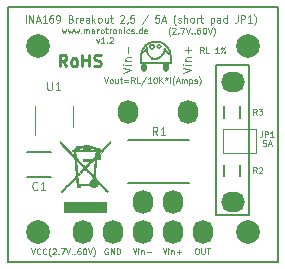
<source format=gbr>
G04 #@! TF.GenerationSoftware,KiCad,Pcbnew,(5.99.0-10512-g56058314be)*
G04 #@! TF.CreationDate,2021-05-05T22:40:54+02:00*
G04 #@! TF.ProjectId,ina169_breakout,696e6131-3639-45f6-9272-65616b6f7574,V1.2*
G04 #@! TF.SameCoordinates,Original*
G04 #@! TF.FileFunction,Legend,Top*
G04 #@! TF.FilePolarity,Positive*
%FSLAX46Y46*%
G04 Gerber Fmt 4.6, Leading zero omitted, Abs format (unit mm)*
G04 Created by KiCad (PCBNEW (5.99.0-10512-g56058314be)) date 2021-05-05 22:40:54*
%MOMM*%
%LPD*%
G01*
G04 APERTURE LIST*
%ADD10C,0.200000*%
%ADD11C,0.500000*%
%ADD12C,0.250000*%
%ADD13C,0.100000*%
%ADD14C,0.125000*%
%ADD15C,0.150000*%
%ADD16C,0.120000*%
%ADD17C,0.010000*%
%ADD18C,2.000000*%
%ADD19O,1.720000X2.032000*%
%ADD20O,2.032000X1.720000*%
G04 APERTURE END LIST*
D10*
X149799040Y-95361760D02*
X150246080Y-95808800D01*
D11*
X149981920Y-97048320D02*
X149981920Y-96739200D01*
D10*
X149560791Y-95189040D02*
G75*
G03*
X149560791Y-95189040I-168151J0D01*
G01*
D11*
X148112480Y-97109280D02*
X148112480Y-96779840D01*
D10*
X156972000Y-109474000D02*
X156972000Y-96774000D01*
X149098000Y-94742000D02*
G75*
G03*
X147828000Y-96012000I0J-1270000D01*
G01*
X148793200Y-96255840D02*
G75*
G03*
X149890480Y-95361760I101600J995680D01*
G01*
X148356320Y-95351600D02*
X147888960Y-95818960D01*
X147828000Y-96012000D02*
X147828000Y-96591120D01*
X156972000Y-96774000D02*
X154178000Y-96774000D01*
X150368000Y-96012000D02*
G75*
G03*
X149098000Y-94742000I-1270000J0D01*
G01*
X154178000Y-109474000D02*
X156972000Y-109474000D01*
X147828000Y-96591120D02*
X150368000Y-96591120D01*
X150368000Y-96591120D02*
X150368000Y-96012000D01*
X154178000Y-96774000D02*
X154178000Y-109474000D01*
X148954628Y-95189040D02*
G75*
G03*
X148954628Y-95189040I-181748J0D01*
G01*
X148315680Y-95219520D02*
G75*
G03*
X149128480Y-96276160I934720J-121920D01*
G01*
D12*
X141541642Y-96845380D02*
X141208309Y-96369190D01*
X140970214Y-96845380D02*
X140970214Y-95845380D01*
X141351166Y-95845380D01*
X141446404Y-95893000D01*
X141494023Y-95940619D01*
X141541642Y-96035857D01*
X141541642Y-96178714D01*
X141494023Y-96273952D01*
X141446404Y-96321571D01*
X141351166Y-96369190D01*
X140970214Y-96369190D01*
X142113071Y-96845380D02*
X142017833Y-96797761D01*
X141970214Y-96750142D01*
X141922595Y-96654904D01*
X141922595Y-96369190D01*
X141970214Y-96273952D01*
X142017833Y-96226333D01*
X142113071Y-96178714D01*
X142255928Y-96178714D01*
X142351166Y-96226333D01*
X142398785Y-96273952D01*
X142446404Y-96369190D01*
X142446404Y-96654904D01*
X142398785Y-96750142D01*
X142351166Y-96797761D01*
X142255928Y-96845380D01*
X142113071Y-96845380D01*
X142874976Y-96845380D02*
X142874976Y-95845380D01*
X142874976Y-96321571D02*
X143446404Y-96321571D01*
X143446404Y-96845380D02*
X143446404Y-95845380D01*
X143874976Y-96797761D02*
X144017833Y-96845380D01*
X144255928Y-96845380D01*
X144351166Y-96797761D01*
X144398785Y-96750142D01*
X144446404Y-96654904D01*
X144446404Y-96559666D01*
X144398785Y-96464428D01*
X144351166Y-96416809D01*
X144255928Y-96369190D01*
X144065452Y-96321571D01*
X143970214Y-96273952D01*
X143922595Y-96226333D01*
X143874976Y-96131095D01*
X143874976Y-96035857D01*
X143922595Y-95940619D01*
X143970214Y-95893000D01*
X144065452Y-95845380D01*
X144303547Y-95845380D01*
X144446404Y-95893000D01*
D13*
X146301666Y-97416000D02*
X147001666Y-97182666D01*
X146301666Y-96949333D01*
X147001666Y-96716000D02*
X146535000Y-96716000D01*
X146301666Y-96716000D02*
X146335000Y-96749333D01*
X146368333Y-96716000D01*
X146335000Y-96682666D01*
X146301666Y-96716000D01*
X146368333Y-96716000D01*
X146535000Y-96382666D02*
X147001666Y-96382666D01*
X146601666Y-96382666D02*
X146568333Y-96349333D01*
X146535000Y-96282666D01*
X146535000Y-96182666D01*
X146568333Y-96116000D01*
X146635000Y-96082666D01*
X147001666Y-96082666D01*
X146735000Y-95749333D02*
X146735000Y-95216000D01*
X147133571Y-112248190D02*
X147300238Y-112748190D01*
X147466904Y-112248190D01*
X147633571Y-112748190D02*
X147633571Y-112414857D01*
X147633571Y-112248190D02*
X147609761Y-112272000D01*
X147633571Y-112295809D01*
X147657380Y-112272000D01*
X147633571Y-112248190D01*
X147633571Y-112295809D01*
X147871666Y-112414857D02*
X147871666Y-112748190D01*
X147871666Y-112462476D02*
X147895476Y-112438666D01*
X147943095Y-112414857D01*
X148014523Y-112414857D01*
X148062142Y-112438666D01*
X148085952Y-112486285D01*
X148085952Y-112748190D01*
X148324047Y-112557714D02*
X148705000Y-112557714D01*
X150336476Y-94269666D02*
X150312666Y-94245857D01*
X150265047Y-94174428D01*
X150241238Y-94126809D01*
X150217428Y-94055380D01*
X150193619Y-93936333D01*
X150193619Y-93841095D01*
X150217428Y-93722047D01*
X150241238Y-93650619D01*
X150265047Y-93603000D01*
X150312666Y-93531571D01*
X150336476Y-93507761D01*
X150503142Y-93626809D02*
X150526952Y-93603000D01*
X150574571Y-93579190D01*
X150693619Y-93579190D01*
X150741238Y-93603000D01*
X150765047Y-93626809D01*
X150788857Y-93674428D01*
X150788857Y-93722047D01*
X150765047Y-93793476D01*
X150479333Y-94079190D01*
X150788857Y-94079190D01*
X151003142Y-94031571D02*
X151026952Y-94055380D01*
X151003142Y-94079190D01*
X150979333Y-94055380D01*
X151003142Y-94031571D01*
X151003142Y-94079190D01*
X151193619Y-93579190D02*
X151526952Y-93579190D01*
X151312666Y-94079190D01*
X151646000Y-93579190D02*
X151812666Y-94079190D01*
X151979333Y-93579190D01*
X152146000Y-94031571D02*
X152169809Y-94055380D01*
X152146000Y-94079190D01*
X152122190Y-94055380D01*
X152146000Y-94031571D01*
X152146000Y-94079190D01*
X152384095Y-94031571D02*
X152407904Y-94055380D01*
X152384095Y-94079190D01*
X152360285Y-94055380D01*
X152384095Y-94031571D01*
X152384095Y-94079190D01*
X152836476Y-93579190D02*
X152741238Y-93579190D01*
X152693619Y-93603000D01*
X152669809Y-93626809D01*
X152622190Y-93698238D01*
X152598380Y-93793476D01*
X152598380Y-93983952D01*
X152622190Y-94031571D01*
X152646000Y-94055380D01*
X152693619Y-94079190D01*
X152788857Y-94079190D01*
X152836476Y-94055380D01*
X152860285Y-94031571D01*
X152884095Y-93983952D01*
X152884095Y-93864904D01*
X152860285Y-93817285D01*
X152836476Y-93793476D01*
X152788857Y-93769666D01*
X152693619Y-93769666D01*
X152646000Y-93793476D01*
X152622190Y-93817285D01*
X152598380Y-93864904D01*
X153193619Y-93579190D02*
X153241238Y-93579190D01*
X153288857Y-93603000D01*
X153312666Y-93626809D01*
X153336476Y-93674428D01*
X153360285Y-93769666D01*
X153360285Y-93888714D01*
X153336476Y-93983952D01*
X153312666Y-94031571D01*
X153288857Y-94055380D01*
X153241238Y-94079190D01*
X153193619Y-94079190D01*
X153146000Y-94055380D01*
X153122190Y-94031571D01*
X153098380Y-93983952D01*
X153074571Y-93888714D01*
X153074571Y-93769666D01*
X153098380Y-93674428D01*
X153122190Y-93626809D01*
X153146000Y-93603000D01*
X153193619Y-93579190D01*
X153503142Y-93579190D02*
X153669809Y-94079190D01*
X153836476Y-93579190D01*
X153955523Y-94269666D02*
X153979333Y-94245857D01*
X154026952Y-94174428D01*
X154050761Y-94126809D01*
X154074571Y-94055380D01*
X154098380Y-93936333D01*
X154098380Y-93841095D01*
X154074571Y-93722047D01*
X154050761Y-93650619D01*
X154026952Y-93603000D01*
X153979333Y-93531571D01*
X153955523Y-93507761D01*
X152535000Y-112248190D02*
X152630238Y-112248190D01*
X152677857Y-112272000D01*
X152725476Y-112319619D01*
X152749285Y-112414857D01*
X152749285Y-112581523D01*
X152725476Y-112676761D01*
X152677857Y-112724380D01*
X152630238Y-112748190D01*
X152535000Y-112748190D01*
X152487380Y-112724380D01*
X152439761Y-112676761D01*
X152415952Y-112581523D01*
X152415952Y-112414857D01*
X152439761Y-112319619D01*
X152487380Y-112272000D01*
X152535000Y-112248190D01*
X152963571Y-112248190D02*
X152963571Y-112652952D01*
X152987380Y-112700571D01*
X153011190Y-112724380D01*
X153058809Y-112748190D01*
X153154047Y-112748190D01*
X153201666Y-112724380D01*
X153225476Y-112700571D01*
X153249285Y-112652952D01*
X153249285Y-112248190D01*
X153415952Y-112248190D02*
X153701666Y-112248190D01*
X153558809Y-112748190D02*
X153558809Y-112248190D01*
X153162095Y-95730190D02*
X152995428Y-95492095D01*
X152876380Y-95730190D02*
X152876380Y-95230190D01*
X153066857Y-95230190D01*
X153114476Y-95254000D01*
X153138285Y-95277809D01*
X153162095Y-95325428D01*
X153162095Y-95396857D01*
X153138285Y-95444476D01*
X153114476Y-95468285D01*
X153066857Y-95492095D01*
X152876380Y-95492095D01*
X153614476Y-95730190D02*
X153376380Y-95730190D01*
X153376380Y-95230190D01*
X154424000Y-95730190D02*
X154138285Y-95730190D01*
X154281142Y-95730190D02*
X154281142Y-95230190D01*
X154233523Y-95301619D01*
X154185904Y-95349238D01*
X154138285Y-95373047D01*
X154614476Y-95730190D02*
X154995428Y-95230190D01*
X154685904Y-95230190D02*
X154733523Y-95254000D01*
X154757333Y-95301619D01*
X154733523Y-95349238D01*
X154685904Y-95373047D01*
X154638285Y-95349238D01*
X154614476Y-95301619D01*
X154638285Y-95254000D01*
X154685904Y-95230190D01*
X154971619Y-95706380D02*
X154995428Y-95658761D01*
X154971619Y-95611142D01*
X154924000Y-95587333D01*
X154876380Y-95611142D01*
X154852571Y-95658761D01*
X154876380Y-95706380D01*
X154924000Y-95730190D01*
X154971619Y-95706380D01*
X145034047Y-112272000D02*
X144986428Y-112248190D01*
X144915000Y-112248190D01*
X144843571Y-112272000D01*
X144795952Y-112319619D01*
X144772142Y-112367238D01*
X144748333Y-112462476D01*
X144748333Y-112533904D01*
X144772142Y-112629142D01*
X144795952Y-112676761D01*
X144843571Y-112724380D01*
X144915000Y-112748190D01*
X144962619Y-112748190D01*
X145034047Y-112724380D01*
X145057857Y-112700571D01*
X145057857Y-112533904D01*
X144962619Y-112533904D01*
X145272142Y-112748190D02*
X145272142Y-112248190D01*
X145557857Y-112748190D01*
X145557857Y-112248190D01*
X145795952Y-112748190D02*
X145795952Y-112248190D01*
X145915000Y-112248190D01*
X145986428Y-112272000D01*
X146034047Y-112319619D01*
X146057857Y-112367238D01*
X146081666Y-112462476D01*
X146081666Y-112533904D01*
X146057857Y-112629142D01*
X146034047Y-112676761D01*
X145986428Y-112724380D01*
X145915000Y-112748190D01*
X145795952Y-112748190D01*
X138549404Y-112248190D02*
X138716071Y-112748190D01*
X138882738Y-112248190D01*
X139335119Y-112700571D02*
X139311309Y-112724380D01*
X139239880Y-112748190D01*
X139192261Y-112748190D01*
X139120833Y-112724380D01*
X139073214Y-112676761D01*
X139049404Y-112629142D01*
X139025595Y-112533904D01*
X139025595Y-112462476D01*
X139049404Y-112367238D01*
X139073214Y-112319619D01*
X139120833Y-112272000D01*
X139192261Y-112248190D01*
X139239880Y-112248190D01*
X139311309Y-112272000D01*
X139335119Y-112295809D01*
X139835119Y-112700571D02*
X139811309Y-112724380D01*
X139739880Y-112748190D01*
X139692261Y-112748190D01*
X139620833Y-112724380D01*
X139573214Y-112676761D01*
X139549404Y-112629142D01*
X139525595Y-112533904D01*
X139525595Y-112462476D01*
X139549404Y-112367238D01*
X139573214Y-112319619D01*
X139620833Y-112272000D01*
X139692261Y-112248190D01*
X139739880Y-112248190D01*
X139811309Y-112272000D01*
X139835119Y-112295809D01*
X140192261Y-112938666D02*
X140168452Y-112914857D01*
X140120833Y-112843428D01*
X140097023Y-112795809D01*
X140073214Y-112724380D01*
X140049404Y-112605333D01*
X140049404Y-112510095D01*
X140073214Y-112391047D01*
X140097023Y-112319619D01*
X140120833Y-112272000D01*
X140168452Y-112200571D01*
X140192261Y-112176761D01*
X140358928Y-112295809D02*
X140382738Y-112272000D01*
X140430357Y-112248190D01*
X140549404Y-112248190D01*
X140597023Y-112272000D01*
X140620833Y-112295809D01*
X140644642Y-112343428D01*
X140644642Y-112391047D01*
X140620833Y-112462476D01*
X140335119Y-112748190D01*
X140644642Y-112748190D01*
X140858928Y-112700571D02*
X140882738Y-112724380D01*
X140858928Y-112748190D01*
X140835119Y-112724380D01*
X140858928Y-112700571D01*
X140858928Y-112748190D01*
X141049404Y-112248190D02*
X141382738Y-112248190D01*
X141168452Y-112748190D01*
X141501785Y-112248190D02*
X141668452Y-112748190D01*
X141835119Y-112248190D01*
X142001785Y-112700571D02*
X142025595Y-112724380D01*
X142001785Y-112748190D01*
X141977976Y-112724380D01*
X142001785Y-112700571D01*
X142001785Y-112748190D01*
X142239880Y-112700571D02*
X142263690Y-112724380D01*
X142239880Y-112748190D01*
X142216071Y-112724380D01*
X142239880Y-112700571D01*
X142239880Y-112748190D01*
X142692261Y-112248190D02*
X142597023Y-112248190D01*
X142549404Y-112272000D01*
X142525595Y-112295809D01*
X142477976Y-112367238D01*
X142454166Y-112462476D01*
X142454166Y-112652952D01*
X142477976Y-112700571D01*
X142501785Y-112724380D01*
X142549404Y-112748190D01*
X142644642Y-112748190D01*
X142692261Y-112724380D01*
X142716071Y-112700571D01*
X142739880Y-112652952D01*
X142739880Y-112533904D01*
X142716071Y-112486285D01*
X142692261Y-112462476D01*
X142644642Y-112438666D01*
X142549404Y-112438666D01*
X142501785Y-112462476D01*
X142477976Y-112486285D01*
X142454166Y-112533904D01*
X143049404Y-112248190D02*
X143097023Y-112248190D01*
X143144642Y-112272000D01*
X143168452Y-112295809D01*
X143192261Y-112343428D01*
X143216071Y-112438666D01*
X143216071Y-112557714D01*
X143192261Y-112652952D01*
X143168452Y-112700571D01*
X143144642Y-112724380D01*
X143097023Y-112748190D01*
X143049404Y-112748190D01*
X143001785Y-112724380D01*
X142977976Y-112700571D01*
X142954166Y-112652952D01*
X142930357Y-112557714D01*
X142930357Y-112438666D01*
X142954166Y-112343428D01*
X142977976Y-112295809D01*
X143001785Y-112272000D01*
X143049404Y-112248190D01*
X143358928Y-112248190D02*
X143525595Y-112748190D01*
X143692261Y-112248190D01*
X143811309Y-112938666D02*
X143835119Y-112914857D01*
X143882738Y-112843428D01*
X143906547Y-112795809D01*
X143930357Y-112724380D01*
X143954166Y-112605333D01*
X143954166Y-112510095D01*
X143930357Y-112391047D01*
X143906547Y-112319619D01*
X143882738Y-112272000D01*
X143835119Y-112200571D01*
X143811309Y-112176761D01*
X141160952Y-93724357D02*
X141256190Y-94057690D01*
X141351428Y-93819595D01*
X141446666Y-94057690D01*
X141541904Y-93724357D01*
X141684761Y-93724357D02*
X141780000Y-94057690D01*
X141875238Y-93819595D01*
X141970476Y-94057690D01*
X142065714Y-93724357D01*
X142208571Y-93724357D02*
X142303809Y-94057690D01*
X142399047Y-93819595D01*
X142494285Y-94057690D01*
X142589523Y-93724357D01*
X142780000Y-94010071D02*
X142803809Y-94033880D01*
X142780000Y-94057690D01*
X142756190Y-94033880D01*
X142780000Y-94010071D01*
X142780000Y-94057690D01*
X143018095Y-94057690D02*
X143018095Y-93724357D01*
X143018095Y-93771976D02*
X143041904Y-93748166D01*
X143089523Y-93724357D01*
X143160952Y-93724357D01*
X143208571Y-93748166D01*
X143232380Y-93795785D01*
X143232380Y-94057690D01*
X143232380Y-93795785D02*
X143256190Y-93748166D01*
X143303809Y-93724357D01*
X143375238Y-93724357D01*
X143422857Y-93748166D01*
X143446666Y-93795785D01*
X143446666Y-94057690D01*
X143899047Y-94057690D02*
X143899047Y-93795785D01*
X143875238Y-93748166D01*
X143827619Y-93724357D01*
X143732380Y-93724357D01*
X143684761Y-93748166D01*
X143899047Y-94033880D02*
X143851428Y-94057690D01*
X143732380Y-94057690D01*
X143684761Y-94033880D01*
X143660952Y-93986261D01*
X143660952Y-93938642D01*
X143684761Y-93891023D01*
X143732380Y-93867214D01*
X143851428Y-93867214D01*
X143899047Y-93843404D01*
X144137142Y-94057690D02*
X144137142Y-93724357D01*
X144137142Y-93819595D02*
X144160952Y-93771976D01*
X144184761Y-93748166D01*
X144232380Y-93724357D01*
X144280000Y-93724357D01*
X144518095Y-94057690D02*
X144470476Y-94033880D01*
X144446666Y-94010071D01*
X144422857Y-93962452D01*
X144422857Y-93819595D01*
X144446666Y-93771976D01*
X144470476Y-93748166D01*
X144518095Y-93724357D01*
X144589523Y-93724357D01*
X144637142Y-93748166D01*
X144660952Y-93771976D01*
X144684761Y-93819595D01*
X144684761Y-93962452D01*
X144660952Y-94010071D01*
X144637142Y-94033880D01*
X144589523Y-94057690D01*
X144518095Y-94057690D01*
X144827619Y-93724357D02*
X145018095Y-93724357D01*
X144899047Y-93557690D02*
X144899047Y-93986261D01*
X144922857Y-94033880D01*
X144970476Y-94057690D01*
X145018095Y-94057690D01*
X145184761Y-94057690D02*
X145184761Y-93724357D01*
X145184761Y-93819595D02*
X145208571Y-93771976D01*
X145232380Y-93748166D01*
X145280000Y-93724357D01*
X145327619Y-93724357D01*
X145565714Y-94057690D02*
X145518095Y-94033880D01*
X145494285Y-94010071D01*
X145470476Y-93962452D01*
X145470476Y-93819595D01*
X145494285Y-93771976D01*
X145518095Y-93748166D01*
X145565714Y-93724357D01*
X145637142Y-93724357D01*
X145684761Y-93748166D01*
X145708571Y-93771976D01*
X145732380Y-93819595D01*
X145732380Y-93962452D01*
X145708571Y-94010071D01*
X145684761Y-94033880D01*
X145637142Y-94057690D01*
X145565714Y-94057690D01*
X145946666Y-93724357D02*
X145946666Y-94057690D01*
X145946666Y-93771976D02*
X145970476Y-93748166D01*
X146018095Y-93724357D01*
X146089523Y-93724357D01*
X146137142Y-93748166D01*
X146160952Y-93795785D01*
X146160952Y-94057690D01*
X146399047Y-94057690D02*
X146399047Y-93724357D01*
X146399047Y-93557690D02*
X146375238Y-93581500D01*
X146399047Y-93605309D01*
X146422857Y-93581500D01*
X146399047Y-93557690D01*
X146399047Y-93605309D01*
X146851428Y-94033880D02*
X146803809Y-94057690D01*
X146708571Y-94057690D01*
X146660952Y-94033880D01*
X146637142Y-94010071D01*
X146613333Y-93962452D01*
X146613333Y-93819595D01*
X146637142Y-93771976D01*
X146660952Y-93748166D01*
X146708571Y-93724357D01*
X146803809Y-93724357D01*
X146851428Y-93748166D01*
X147041904Y-94033880D02*
X147089523Y-94057690D01*
X147184761Y-94057690D01*
X147232380Y-94033880D01*
X147256190Y-93986261D01*
X147256190Y-93962452D01*
X147232380Y-93914833D01*
X147184761Y-93891023D01*
X147113333Y-93891023D01*
X147065714Y-93867214D01*
X147041904Y-93819595D01*
X147041904Y-93795785D01*
X147065714Y-93748166D01*
X147113333Y-93724357D01*
X147184761Y-93724357D01*
X147232380Y-93748166D01*
X147470476Y-94010071D02*
X147494285Y-94033880D01*
X147470476Y-94057690D01*
X147446666Y-94033880D01*
X147470476Y-94010071D01*
X147470476Y-94057690D01*
X147922857Y-94057690D02*
X147922857Y-93557690D01*
X147922857Y-94033880D02*
X147875238Y-94057690D01*
X147780000Y-94057690D01*
X147732380Y-94033880D01*
X147708571Y-94010071D01*
X147684761Y-93962452D01*
X147684761Y-93819595D01*
X147708571Y-93771976D01*
X147732380Y-93748166D01*
X147780000Y-93724357D01*
X147875238Y-93724357D01*
X147922857Y-93748166D01*
X148351428Y-94033880D02*
X148303809Y-94057690D01*
X148208571Y-94057690D01*
X148160952Y-94033880D01*
X148137142Y-93986261D01*
X148137142Y-93795785D01*
X148160952Y-93748166D01*
X148208571Y-93724357D01*
X148303809Y-93724357D01*
X148351428Y-93748166D01*
X148375238Y-93795785D01*
X148375238Y-93843404D01*
X148137142Y-93891023D01*
X144065714Y-94529357D02*
X144184761Y-94862690D01*
X144303809Y-94529357D01*
X144756190Y-94862690D02*
X144470476Y-94862690D01*
X144613333Y-94862690D02*
X144613333Y-94362690D01*
X144565714Y-94434119D01*
X144518095Y-94481738D01*
X144470476Y-94505547D01*
X144970476Y-94815071D02*
X144994285Y-94838880D01*
X144970476Y-94862690D01*
X144946666Y-94838880D01*
X144970476Y-94815071D01*
X144970476Y-94862690D01*
X145184761Y-94410309D02*
X145208571Y-94386500D01*
X145256190Y-94362690D01*
X145375238Y-94362690D01*
X145422857Y-94386500D01*
X145446666Y-94410309D01*
X145470476Y-94457928D01*
X145470476Y-94505547D01*
X145446666Y-94576976D01*
X145160952Y-94862690D01*
X145470476Y-94862690D01*
X151381666Y-97416000D02*
X152081666Y-97182666D01*
X151381666Y-96949333D01*
X152081666Y-96716000D02*
X151615000Y-96716000D01*
X151381666Y-96716000D02*
X151415000Y-96749333D01*
X151448333Y-96716000D01*
X151415000Y-96682666D01*
X151381666Y-96716000D01*
X151448333Y-96716000D01*
X151615000Y-96382666D02*
X152081666Y-96382666D01*
X151681666Y-96382666D02*
X151648333Y-96349333D01*
X151615000Y-96282666D01*
X151615000Y-96182666D01*
X151648333Y-96116000D01*
X151715000Y-96082666D01*
X152081666Y-96082666D01*
X151815000Y-95749333D02*
X151815000Y-95216000D01*
X152081666Y-95482666D02*
X151548333Y-95482666D01*
X149673571Y-112248190D02*
X149840238Y-112748190D01*
X150006904Y-112248190D01*
X150173571Y-112748190D02*
X150173571Y-112414857D01*
X150173571Y-112248190D02*
X150149761Y-112272000D01*
X150173571Y-112295809D01*
X150197380Y-112272000D01*
X150173571Y-112248190D01*
X150173571Y-112295809D01*
X150411666Y-112414857D02*
X150411666Y-112748190D01*
X150411666Y-112462476D02*
X150435476Y-112438666D01*
X150483095Y-112414857D01*
X150554523Y-112414857D01*
X150602142Y-112438666D01*
X150625952Y-112486285D01*
X150625952Y-112748190D01*
X150864047Y-112557714D02*
X151245000Y-112557714D01*
X151054523Y-112748190D02*
X151054523Y-112367238D01*
X144713047Y-97770190D02*
X144879714Y-98270190D01*
X145046380Y-97770190D01*
X145284476Y-98270190D02*
X145236857Y-98246380D01*
X145213047Y-98222571D01*
X145189238Y-98174952D01*
X145189238Y-98032095D01*
X145213047Y-97984476D01*
X145236857Y-97960666D01*
X145284476Y-97936857D01*
X145355904Y-97936857D01*
X145403523Y-97960666D01*
X145427333Y-97984476D01*
X145451142Y-98032095D01*
X145451142Y-98174952D01*
X145427333Y-98222571D01*
X145403523Y-98246380D01*
X145355904Y-98270190D01*
X145284476Y-98270190D01*
X145879714Y-97936857D02*
X145879714Y-98270190D01*
X145665428Y-97936857D02*
X145665428Y-98198761D01*
X145689238Y-98246380D01*
X145736857Y-98270190D01*
X145808285Y-98270190D01*
X145855904Y-98246380D01*
X145879714Y-98222571D01*
X146046380Y-97936857D02*
X146236857Y-97936857D01*
X146117809Y-97770190D02*
X146117809Y-98198761D01*
X146141619Y-98246380D01*
X146189238Y-98270190D01*
X146236857Y-98270190D01*
X146403523Y-98008285D02*
X146784476Y-98008285D01*
X146784476Y-98151142D02*
X146403523Y-98151142D01*
X147308285Y-98270190D02*
X147141619Y-98032095D01*
X147022571Y-98270190D02*
X147022571Y-97770190D01*
X147213047Y-97770190D01*
X147260666Y-97794000D01*
X147284476Y-97817809D01*
X147308285Y-97865428D01*
X147308285Y-97936857D01*
X147284476Y-97984476D01*
X147260666Y-98008285D01*
X147213047Y-98032095D01*
X147022571Y-98032095D01*
X147760666Y-98270190D02*
X147522571Y-98270190D01*
X147522571Y-97770190D01*
X148284476Y-97746380D02*
X147855904Y-98389238D01*
X148713047Y-98270190D02*
X148427333Y-98270190D01*
X148570190Y-98270190D02*
X148570190Y-97770190D01*
X148522571Y-97841619D01*
X148474952Y-97889238D01*
X148427333Y-97913047D01*
X149022571Y-97770190D02*
X149070190Y-97770190D01*
X149117809Y-97794000D01*
X149141619Y-97817809D01*
X149165428Y-97865428D01*
X149189238Y-97960666D01*
X149189238Y-98079714D01*
X149165428Y-98174952D01*
X149141619Y-98222571D01*
X149117809Y-98246380D01*
X149070190Y-98270190D01*
X149022571Y-98270190D01*
X148974952Y-98246380D01*
X148951142Y-98222571D01*
X148927333Y-98174952D01*
X148903523Y-98079714D01*
X148903523Y-97960666D01*
X148927333Y-97865428D01*
X148951142Y-97817809D01*
X148974952Y-97794000D01*
X149022571Y-97770190D01*
X149403523Y-98270190D02*
X149403523Y-97770190D01*
X149689238Y-98270190D02*
X149474952Y-97984476D01*
X149689238Y-97770190D02*
X149403523Y-98055904D01*
X149974952Y-97770190D02*
X149974952Y-97889238D01*
X149855904Y-97841619D02*
X149974952Y-97889238D01*
X150094000Y-97841619D01*
X149903523Y-97984476D02*
X149974952Y-97889238D01*
X150046380Y-97984476D01*
X150284476Y-98270190D02*
X150284476Y-97770190D01*
X150665428Y-98460666D02*
X150641619Y-98436857D01*
X150594000Y-98365428D01*
X150570190Y-98317809D01*
X150546380Y-98246380D01*
X150522571Y-98127333D01*
X150522571Y-98032095D01*
X150546380Y-97913047D01*
X150570190Y-97841619D01*
X150594000Y-97794000D01*
X150641619Y-97722571D01*
X150665428Y-97698761D01*
X150832095Y-98127333D02*
X151070190Y-98127333D01*
X150784476Y-98270190D02*
X150951142Y-97770190D01*
X151117809Y-98270190D01*
X151284476Y-98270190D02*
X151284476Y-97936857D01*
X151284476Y-97984476D02*
X151308285Y-97960666D01*
X151355904Y-97936857D01*
X151427333Y-97936857D01*
X151474952Y-97960666D01*
X151498761Y-98008285D01*
X151498761Y-98270190D01*
X151498761Y-98008285D02*
X151522571Y-97960666D01*
X151570190Y-97936857D01*
X151641619Y-97936857D01*
X151689238Y-97960666D01*
X151713047Y-98008285D01*
X151713047Y-98270190D01*
X151951142Y-97936857D02*
X151951142Y-98436857D01*
X151951142Y-97960666D02*
X151998761Y-97936857D01*
X152094000Y-97936857D01*
X152141619Y-97960666D01*
X152165428Y-97984476D01*
X152189238Y-98032095D01*
X152189238Y-98174952D01*
X152165428Y-98222571D01*
X152141619Y-98246380D01*
X152094000Y-98270190D01*
X151998761Y-98270190D01*
X151951142Y-98246380D01*
X152379714Y-98246380D02*
X152427333Y-98270190D01*
X152522571Y-98270190D01*
X152570190Y-98246380D01*
X152594000Y-98198761D01*
X152594000Y-98174952D01*
X152570190Y-98127333D01*
X152522571Y-98103523D01*
X152451142Y-98103523D01*
X152403523Y-98079714D01*
X152379714Y-98032095D01*
X152379714Y-98008285D01*
X152403523Y-97960666D01*
X152451142Y-97936857D01*
X152522571Y-97936857D01*
X152570190Y-97960666D01*
X152760666Y-98460666D02*
X152784476Y-98436857D01*
X152832095Y-98365428D01*
X152855904Y-98317809D01*
X152879714Y-98246380D01*
X152903523Y-98127333D01*
X152903523Y-98032095D01*
X152879714Y-97913047D01*
X152855904Y-97841619D01*
X152832095Y-97794000D01*
X152784476Y-97722571D01*
X152760666Y-97698761D01*
X139075333Y-107247500D02*
X139042000Y-107280833D01*
X138942000Y-107314166D01*
X138875333Y-107314166D01*
X138775333Y-107280833D01*
X138708666Y-107214166D01*
X138675333Y-107147500D01*
X138642000Y-107014166D01*
X138642000Y-106914166D01*
X138675333Y-106780833D01*
X138708666Y-106714166D01*
X138775333Y-106647500D01*
X138875333Y-106614166D01*
X138942000Y-106614166D01*
X139042000Y-106647500D01*
X139075333Y-106680833D01*
X139742000Y-107314166D02*
X139342000Y-107314166D01*
X139542000Y-107314166D02*
X139542000Y-106614166D01*
X139475333Y-106714166D01*
X139408666Y-106780833D01*
X139342000Y-106814166D01*
X149235333Y-102678666D02*
X149002000Y-102345333D01*
X148835333Y-102678666D02*
X148835333Y-101978666D01*
X149102000Y-101978666D01*
X149168666Y-102012000D01*
X149202000Y-102045333D01*
X149235333Y-102112000D01*
X149235333Y-102212000D01*
X149202000Y-102278666D01*
X149168666Y-102312000D01*
X149102000Y-102345333D01*
X148835333Y-102345333D01*
X149902000Y-102678666D02*
X149502000Y-102678666D01*
X149702000Y-102678666D02*
X149702000Y-101978666D01*
X149635333Y-102078666D01*
X149568666Y-102145333D01*
X149502000Y-102178666D01*
X157650666Y-105890190D02*
X157484000Y-105652095D01*
X157364952Y-105890190D02*
X157364952Y-105390190D01*
X157555428Y-105390190D01*
X157603047Y-105414000D01*
X157626857Y-105437809D01*
X157650666Y-105485428D01*
X157650666Y-105556857D01*
X157626857Y-105604476D01*
X157603047Y-105628285D01*
X157555428Y-105652095D01*
X157364952Y-105652095D01*
X157841142Y-105437809D02*
X157864952Y-105414000D01*
X157912571Y-105390190D01*
X158031619Y-105390190D01*
X158079238Y-105414000D01*
X158103047Y-105437809D01*
X158126857Y-105485428D01*
X158126857Y-105533047D01*
X158103047Y-105604476D01*
X157817333Y-105890190D01*
X158126857Y-105890190D01*
X157650666Y-100937190D02*
X157484000Y-100699095D01*
X157364952Y-100937190D02*
X157364952Y-100437190D01*
X157555428Y-100437190D01*
X157603047Y-100461000D01*
X157626857Y-100484809D01*
X157650666Y-100532428D01*
X157650666Y-100603857D01*
X157626857Y-100651476D01*
X157603047Y-100675285D01*
X157555428Y-100699095D01*
X157364952Y-100699095D01*
X157817333Y-100437190D02*
X158126857Y-100437190D01*
X157960190Y-100627666D01*
X158031619Y-100627666D01*
X158079238Y-100651476D01*
X158103047Y-100675285D01*
X158126857Y-100722904D01*
X158126857Y-100841952D01*
X158103047Y-100889571D01*
X158079238Y-100913380D01*
X158031619Y-100937190D01*
X157888761Y-100937190D01*
X157841142Y-100913380D01*
X157817333Y-100889571D01*
X139928666Y-98168666D02*
X139928666Y-98735333D01*
X139962000Y-98802000D01*
X139995333Y-98835333D01*
X140062000Y-98868666D01*
X140195333Y-98868666D01*
X140262000Y-98835333D01*
X140295333Y-98802000D01*
X140328666Y-98735333D01*
X140328666Y-98168666D01*
X141028666Y-98868666D02*
X140628666Y-98868666D01*
X140828666Y-98868666D02*
X140828666Y-98168666D01*
X140762000Y-98268666D01*
X140695333Y-98335333D01*
X140628666Y-98368666D01*
X138113097Y-93137778D02*
X138113097Y-92537778D01*
X138398812Y-93137778D02*
X138398812Y-92537778D01*
X138741669Y-93137778D01*
X138741669Y-92537778D01*
X138998812Y-92966350D02*
X139284526Y-92966350D01*
X138941669Y-93137778D02*
X139141669Y-92537778D01*
X139341669Y-93137778D01*
X139855955Y-93137778D02*
X139513097Y-93137778D01*
X139684526Y-93137778D02*
X139684526Y-92537778D01*
X139627383Y-92623492D01*
X139570240Y-92680635D01*
X139513097Y-92709207D01*
X140370240Y-92537778D02*
X140255955Y-92537778D01*
X140198812Y-92566350D01*
X140170240Y-92594921D01*
X140113097Y-92680635D01*
X140084526Y-92794921D01*
X140084526Y-93023492D01*
X140113097Y-93080635D01*
X140141669Y-93109207D01*
X140198812Y-93137778D01*
X140313097Y-93137778D01*
X140370240Y-93109207D01*
X140398812Y-93080635D01*
X140427383Y-93023492D01*
X140427383Y-92880635D01*
X140398812Y-92823492D01*
X140370240Y-92794921D01*
X140313097Y-92766350D01*
X140198812Y-92766350D01*
X140141669Y-92794921D01*
X140113097Y-92823492D01*
X140084526Y-92880635D01*
X140713097Y-93137778D02*
X140827383Y-93137778D01*
X140884526Y-93109207D01*
X140913097Y-93080635D01*
X140970240Y-92994921D01*
X140998812Y-92880635D01*
X140998812Y-92652064D01*
X140970240Y-92594921D01*
X140941669Y-92566350D01*
X140884526Y-92537778D01*
X140770240Y-92537778D01*
X140713097Y-92566350D01*
X140684526Y-92594921D01*
X140655955Y-92652064D01*
X140655955Y-92794921D01*
X140684526Y-92852064D01*
X140713097Y-92880635D01*
X140770240Y-92909207D01*
X140884526Y-92909207D01*
X140941669Y-92880635D01*
X140970240Y-92852064D01*
X140998812Y-92794921D01*
X141913097Y-92823492D02*
X141998812Y-92852064D01*
X142027383Y-92880635D01*
X142055955Y-92937778D01*
X142055955Y-93023492D01*
X142027383Y-93080635D01*
X141998812Y-93109207D01*
X141941669Y-93137778D01*
X141713097Y-93137778D01*
X141713097Y-92537778D01*
X141913097Y-92537778D01*
X141970240Y-92566350D01*
X141998812Y-92594921D01*
X142027383Y-92652064D01*
X142027383Y-92709207D01*
X141998812Y-92766350D01*
X141970240Y-92794921D01*
X141913097Y-92823492D01*
X141713097Y-92823492D01*
X142313097Y-93137778D02*
X142313097Y-92737778D01*
X142313097Y-92852064D02*
X142341669Y-92794921D01*
X142370240Y-92766350D01*
X142427383Y-92737778D01*
X142484526Y-92737778D01*
X142913097Y-93109207D02*
X142855955Y-93137778D01*
X142741669Y-93137778D01*
X142684526Y-93109207D01*
X142655955Y-93052064D01*
X142655955Y-92823492D01*
X142684526Y-92766350D01*
X142741669Y-92737778D01*
X142855955Y-92737778D01*
X142913097Y-92766350D01*
X142941669Y-92823492D01*
X142941669Y-92880635D01*
X142655955Y-92937778D01*
X143455955Y-93137778D02*
X143455955Y-92823492D01*
X143427383Y-92766350D01*
X143370240Y-92737778D01*
X143255955Y-92737778D01*
X143198812Y-92766350D01*
X143455955Y-93109207D02*
X143398812Y-93137778D01*
X143255955Y-93137778D01*
X143198812Y-93109207D01*
X143170240Y-93052064D01*
X143170240Y-92994921D01*
X143198812Y-92937778D01*
X143255955Y-92909207D01*
X143398812Y-92909207D01*
X143455955Y-92880635D01*
X143741669Y-93137778D02*
X143741669Y-92537778D01*
X143798812Y-92909207D02*
X143970240Y-93137778D01*
X143970240Y-92737778D02*
X143741669Y-92966350D01*
X144313097Y-93137778D02*
X144255955Y-93109207D01*
X144227383Y-93080635D01*
X144198812Y-93023492D01*
X144198812Y-92852064D01*
X144227383Y-92794921D01*
X144255955Y-92766350D01*
X144313097Y-92737778D01*
X144398812Y-92737778D01*
X144455955Y-92766350D01*
X144484526Y-92794921D01*
X144513097Y-92852064D01*
X144513097Y-93023492D01*
X144484526Y-93080635D01*
X144455955Y-93109207D01*
X144398812Y-93137778D01*
X144313097Y-93137778D01*
X145027383Y-92737778D02*
X145027383Y-93137778D01*
X144770240Y-92737778D02*
X144770240Y-93052064D01*
X144798812Y-93109207D01*
X144855955Y-93137778D01*
X144941669Y-93137778D01*
X144998812Y-93109207D01*
X145027383Y-93080635D01*
X145227383Y-92737778D02*
X145455955Y-92737778D01*
X145313097Y-92537778D02*
X145313097Y-93052064D01*
X145341669Y-93109207D01*
X145398812Y-93137778D01*
X145455955Y-93137778D01*
X146084526Y-92594921D02*
X146113097Y-92566350D01*
X146170240Y-92537778D01*
X146313097Y-92537778D01*
X146370240Y-92566350D01*
X146398812Y-92594921D01*
X146427383Y-92652064D01*
X146427383Y-92709207D01*
X146398812Y-92794921D01*
X146055955Y-93137778D01*
X146427383Y-93137778D01*
X146713097Y-93109207D02*
X146713097Y-93137778D01*
X146684526Y-93194921D01*
X146655955Y-93223492D01*
X147255955Y-92537778D02*
X146970240Y-92537778D01*
X146941669Y-92823492D01*
X146970240Y-92794921D01*
X147027383Y-92766350D01*
X147170240Y-92766350D01*
X147227383Y-92794921D01*
X147255955Y-92823492D01*
X147284526Y-92880635D01*
X147284526Y-93023492D01*
X147255955Y-93080635D01*
X147227383Y-93109207D01*
X147170240Y-93137778D01*
X147027383Y-93137778D01*
X146970240Y-93109207D01*
X146941669Y-93080635D01*
X148427383Y-92509207D02*
X147913097Y-93280635D01*
X149370240Y-92537778D02*
X149084526Y-92537778D01*
X149055955Y-92823492D01*
X149084526Y-92794921D01*
X149141669Y-92766350D01*
X149284526Y-92766350D01*
X149341669Y-92794921D01*
X149370240Y-92823492D01*
X149398812Y-92880635D01*
X149398812Y-93023492D01*
X149370240Y-93080635D01*
X149341669Y-93109207D01*
X149284526Y-93137778D01*
X149141669Y-93137778D01*
X149084526Y-93109207D01*
X149055955Y-93080635D01*
X149627383Y-92966350D02*
X149913097Y-92966350D01*
X149570240Y-93137778D02*
X149770240Y-92537778D01*
X149970240Y-93137778D01*
X150798812Y-93366350D02*
X150770240Y-93337778D01*
X150713097Y-93252064D01*
X150684526Y-93194921D01*
X150655954Y-93109207D01*
X150627383Y-92966350D01*
X150627383Y-92852064D01*
X150655954Y-92709207D01*
X150684526Y-92623492D01*
X150713097Y-92566350D01*
X150770240Y-92480635D01*
X150798812Y-92452064D01*
X150998812Y-93109207D02*
X151055954Y-93137778D01*
X151170240Y-93137778D01*
X151227383Y-93109207D01*
X151255954Y-93052064D01*
X151255954Y-93023492D01*
X151227383Y-92966350D01*
X151170240Y-92937778D01*
X151084526Y-92937778D01*
X151027383Y-92909207D01*
X150998812Y-92852064D01*
X150998812Y-92823492D01*
X151027383Y-92766350D01*
X151084526Y-92737778D01*
X151170240Y-92737778D01*
X151227383Y-92766350D01*
X151513097Y-93137778D02*
X151513097Y-92537778D01*
X151770240Y-93137778D02*
X151770240Y-92823492D01*
X151741669Y-92766350D01*
X151684526Y-92737778D01*
X151598812Y-92737778D01*
X151541669Y-92766350D01*
X151513097Y-92794921D01*
X152141669Y-93137778D02*
X152084526Y-93109207D01*
X152055955Y-93080635D01*
X152027383Y-93023492D01*
X152027383Y-92852064D01*
X152055955Y-92794921D01*
X152084526Y-92766350D01*
X152141669Y-92737778D01*
X152227383Y-92737778D01*
X152284526Y-92766350D01*
X152313097Y-92794921D01*
X152341669Y-92852064D01*
X152341669Y-93023492D01*
X152313097Y-93080635D01*
X152284526Y-93109207D01*
X152227383Y-93137778D01*
X152141669Y-93137778D01*
X152598812Y-93137778D02*
X152598812Y-92737778D01*
X152598812Y-92852064D02*
X152627383Y-92794921D01*
X152655955Y-92766350D01*
X152713097Y-92737778D01*
X152770240Y-92737778D01*
X152884526Y-92737778D02*
X153113097Y-92737778D01*
X152970240Y-92537778D02*
X152970240Y-93052064D01*
X152998812Y-93109207D01*
X153055955Y-93137778D01*
X153113097Y-93137778D01*
X153770240Y-92737778D02*
X153770240Y-93337778D01*
X153770240Y-92766350D02*
X153827383Y-92737778D01*
X153941669Y-92737778D01*
X153998812Y-92766350D01*
X154027383Y-92794921D01*
X154055955Y-92852064D01*
X154055955Y-93023492D01*
X154027383Y-93080635D01*
X153998812Y-93109207D01*
X153941669Y-93137778D01*
X153827383Y-93137778D01*
X153770240Y-93109207D01*
X154570240Y-93137778D02*
X154570240Y-92823492D01*
X154541669Y-92766350D01*
X154484526Y-92737778D01*
X154370240Y-92737778D01*
X154313097Y-92766350D01*
X154570240Y-93109207D02*
X154513097Y-93137778D01*
X154370240Y-93137778D01*
X154313097Y-93109207D01*
X154284526Y-93052064D01*
X154284526Y-92994921D01*
X154313097Y-92937778D01*
X154370240Y-92909207D01*
X154513097Y-92909207D01*
X154570240Y-92880635D01*
X155113097Y-93137778D02*
X155113097Y-92537778D01*
X155113097Y-93109207D02*
X155055955Y-93137778D01*
X154941669Y-93137778D01*
X154884526Y-93109207D01*
X154855955Y-93080635D01*
X154827383Y-93023492D01*
X154827383Y-92852064D01*
X154855955Y-92794921D01*
X154884526Y-92766350D01*
X154941669Y-92737778D01*
X155055955Y-92737778D01*
X155113097Y-92766350D01*
X156027383Y-92537778D02*
X156027383Y-92966350D01*
X155998812Y-93052064D01*
X155941669Y-93109207D01*
X155855955Y-93137778D01*
X155798812Y-93137778D01*
X156313097Y-93137778D02*
X156313097Y-92537778D01*
X156541669Y-92537778D01*
X156598812Y-92566350D01*
X156627383Y-92594921D01*
X156655955Y-92652064D01*
X156655955Y-92737778D01*
X156627383Y-92794921D01*
X156598812Y-92823492D01*
X156541669Y-92852064D01*
X156313097Y-92852064D01*
X157227383Y-93137778D02*
X156884526Y-93137778D01*
X157055955Y-93137778D02*
X157055955Y-92537778D01*
X156998812Y-92623492D01*
X156941669Y-92680635D01*
X156884526Y-92709207D01*
X157427383Y-93366350D02*
X157455955Y-93337778D01*
X157513097Y-93252064D01*
X157541669Y-93194921D01*
X157570240Y-93109207D01*
X157598812Y-92966350D01*
X157598812Y-92852064D01*
X157570240Y-92709207D01*
X157541669Y-92623492D01*
X157513097Y-92566350D01*
X157455955Y-92480635D01*
X157427383Y-92452064D01*
D14*
X158079333Y-102342190D02*
X158079333Y-102699333D01*
X158055523Y-102770761D01*
X158007904Y-102818380D01*
X157936476Y-102842190D01*
X157888857Y-102842190D01*
X158317428Y-102842190D02*
X158317428Y-102342190D01*
X158507904Y-102342190D01*
X158555523Y-102366000D01*
X158579333Y-102389809D01*
X158603142Y-102437428D01*
X158603142Y-102508857D01*
X158579333Y-102556476D01*
X158555523Y-102580285D01*
X158507904Y-102604095D01*
X158317428Y-102604095D01*
X159079333Y-102842190D02*
X158793619Y-102842190D01*
X158936476Y-102842190D02*
X158936476Y-102342190D01*
X158888857Y-102413619D01*
X158841238Y-102461238D01*
X158793619Y-102485047D01*
X158400761Y-103104190D02*
X158162666Y-103104190D01*
X158138857Y-103342285D01*
X158162666Y-103318476D01*
X158210285Y-103294666D01*
X158329333Y-103294666D01*
X158376952Y-103318476D01*
X158400761Y-103342285D01*
X158424571Y-103389904D01*
X158424571Y-103508952D01*
X158400761Y-103556571D01*
X158376952Y-103580380D01*
X158329333Y-103604190D01*
X158210285Y-103604190D01*
X158162666Y-103580380D01*
X158138857Y-103556571D01*
X158615047Y-103461333D02*
X158853142Y-103461333D01*
X158567428Y-103604190D02*
X158734095Y-103104190D01*
X158900761Y-103604190D01*
D15*
X138192000Y-106181000D02*
X140192000Y-106181000D01*
X140192000Y-104131000D02*
X138192000Y-104131000D01*
X146752000Y-103077000D02*
X151952000Y-103077000D01*
X151952000Y-106727000D02*
X146752000Y-106727000D01*
X154900000Y-106164000D02*
X154900000Y-105164000D01*
X156250000Y-105164000D02*
X156250000Y-106164000D01*
X156250000Y-100211000D02*
X156250000Y-101211000D01*
X154900000Y-101211000D02*
X154900000Y-100211000D01*
D16*
X138852000Y-100192000D02*
X138852000Y-102642000D01*
X142072000Y-101992000D02*
X142072000Y-100192000D01*
D15*
X159423100Y-94335600D02*
X159423100Y-93065600D01*
X159423100Y-113385600D02*
X136563100Y-113385600D01*
X159423100Y-113385600D02*
X159423100Y-94335600D01*
X136563100Y-94335600D02*
X136563100Y-91795600D01*
X136563100Y-91795600D02*
X159423100Y-91795600D01*
X136563100Y-94335600D02*
X136563100Y-113385600D01*
X159423100Y-91795600D02*
X159423100Y-94335600D01*
D17*
X145253430Y-103236848D02*
X145252811Y-103323931D01*
X145252811Y-103323931D02*
X144801086Y-103782891D01*
X144801086Y-103782891D02*
X144349361Y-104241852D01*
X144349361Y-104241852D02*
X144349032Y-104452471D01*
X144349032Y-104452471D02*
X144348703Y-104663089D01*
X144348703Y-104663089D02*
X144073610Y-104663089D01*
X144073610Y-104663089D02*
X144066522Y-104716530D01*
X144066522Y-104716530D02*
X144063838Y-104740888D01*
X144063838Y-104740888D02*
X144059313Y-104786759D01*
X144059313Y-104786759D02*
X144053191Y-104851405D01*
X144053191Y-104851405D02*
X144045712Y-104932091D01*
X144045712Y-104932091D02*
X144037119Y-105026081D01*
X144037119Y-105026081D02*
X144027654Y-105130637D01*
X144027654Y-105130637D02*
X144017558Y-105243025D01*
X144017558Y-105243025D02*
X144007074Y-105360507D01*
X144007074Y-105360507D02*
X143996444Y-105480348D01*
X143996444Y-105480348D02*
X143985909Y-105599811D01*
X143985909Y-105599811D02*
X143975713Y-105716159D01*
X143975713Y-105716159D02*
X143966095Y-105826657D01*
X143966095Y-105826657D02*
X143957300Y-105928569D01*
X143957300Y-105928569D02*
X143949568Y-106019158D01*
X143949568Y-106019158D02*
X143943142Y-106095687D01*
X143943142Y-106095687D02*
X143938263Y-106155421D01*
X143938263Y-106155421D02*
X143935175Y-106195624D01*
X143935175Y-106195624D02*
X143934117Y-106213559D01*
X143934117Y-106213559D02*
X143934118Y-106213644D01*
X143934118Y-106213644D02*
X143941827Y-106228035D01*
X143941827Y-106228035D02*
X143964981Y-106257748D01*
X143964981Y-106257748D02*
X144003895Y-106303131D01*
X144003895Y-106303131D02*
X144058884Y-106364529D01*
X144058884Y-106364529D02*
X144130264Y-106442288D01*
X144130264Y-106442288D02*
X144218349Y-106536754D01*
X144218349Y-106536754D02*
X144323454Y-106648272D01*
X144323454Y-106648272D02*
X144445895Y-106777188D01*
X144445895Y-106777188D02*
X144480310Y-106813287D01*
X144480310Y-106813287D02*
X145026137Y-107385416D01*
X145026137Y-107385416D02*
X144937881Y-107473436D01*
X144937881Y-107473436D02*
X144866485Y-107395758D01*
X144866485Y-107395758D02*
X144840366Y-107367686D01*
X144840366Y-107367686D02*
X144799566Y-107324274D01*
X144799566Y-107324274D02*
X144746777Y-107268366D01*
X144746777Y-107268366D02*
X144684691Y-107202808D01*
X144684691Y-107202808D02*
X144616000Y-107130441D01*
X144616000Y-107130441D02*
X144543396Y-107054112D01*
X144543396Y-107054112D02*
X144499960Y-107008524D01*
X144499960Y-107008524D02*
X144418416Y-106923119D01*
X144418416Y-106923119D02*
X144352504Y-106854710D01*
X144352504Y-106854710D02*
X144300544Y-106802053D01*
X144300544Y-106802053D02*
X144260855Y-106763905D01*
X144260855Y-106763905D02*
X144231757Y-106739020D01*
X144231757Y-106739020D02*
X144211569Y-106726156D01*
X144211569Y-106726156D02*
X144198610Y-106724068D01*
X144198610Y-106724068D02*
X144191200Y-106731513D01*
X144191200Y-106731513D02*
X144187658Y-106747246D01*
X144187658Y-106747246D02*
X144186303Y-106770023D01*
X144186303Y-106770023D02*
X144186121Y-106776239D01*
X144186121Y-106776239D02*
X144176703Y-106819061D01*
X144176703Y-106819061D02*
X144153497Y-106870819D01*
X144153497Y-106870819D02*
X144121136Y-106923328D01*
X144121136Y-106923328D02*
X144084252Y-106968403D01*
X144084252Y-106968403D02*
X144069493Y-106982328D01*
X144069493Y-106982328D02*
X143993767Y-107031047D01*
X143993767Y-107031047D02*
X143905308Y-107058306D01*
X143905308Y-107058306D02*
X143827100Y-107064773D01*
X143827100Y-107064773D02*
X143738468Y-107052576D01*
X143738468Y-107052576D02*
X143656612Y-107016813D01*
X143656612Y-107016813D02*
X143584164Y-106958722D01*
X143584164Y-106958722D02*
X143570797Y-106944262D01*
X143570797Y-106944262D02*
X143521918Y-106888733D01*
X143521918Y-106888733D02*
X142676326Y-106888733D01*
X142676326Y-106888733D02*
X142676326Y-107064773D01*
X142676326Y-107064773D02*
X142449990Y-107064773D01*
X142449990Y-107064773D02*
X142449990Y-106982531D01*
X142449990Y-106982531D02*
X142447150Y-106926386D01*
X142447150Y-106926386D02*
X142437607Y-106887416D01*
X142437607Y-106887416D02*
X142426009Y-106866219D01*
X142426009Y-106866219D02*
X142417723Y-106851052D01*
X142417723Y-106851052D02*
X142410627Y-106829062D01*
X142410627Y-106829062D02*
X142404252Y-106796987D01*
X142404252Y-106796987D02*
X142398128Y-106751569D01*
X142398128Y-106751569D02*
X142391784Y-106689548D01*
X142391784Y-106689548D02*
X142384750Y-106607662D01*
X142384750Y-106607662D02*
X142379934Y-106546746D01*
X142379934Y-106546746D02*
X142357839Y-106261343D01*
X142357839Y-106261343D02*
X141815435Y-106810805D01*
X141815435Y-106810805D02*
X141717363Y-106910228D01*
X141717363Y-106910228D02*
X141623216Y-107005815D01*
X141623216Y-107005815D02*
X141534715Y-107095810D01*
X141534715Y-107095810D02*
X141453580Y-107178457D01*
X141453580Y-107178457D02*
X141381531Y-107252001D01*
X141381531Y-107252001D02*
X141320288Y-107314684D01*
X141320288Y-107314684D02*
X141271573Y-107364752D01*
X141271573Y-107364752D02*
X141237104Y-107400448D01*
X141237104Y-107400448D02*
X141218621Y-107419995D01*
X141218621Y-107419995D02*
X141188257Y-107450944D01*
X141188257Y-107450944D02*
X141162929Y-107472530D01*
X141162929Y-107472530D02*
X141149305Y-107479723D01*
X141149305Y-107479723D02*
X141131905Y-107471297D01*
X141131905Y-107471297D02*
X141106540Y-107450245D01*
X141106540Y-107450245D02*
X141097942Y-107441671D01*
X141097942Y-107441671D02*
X141061486Y-107403620D01*
X141061486Y-107403620D02*
X141262198Y-107199658D01*
X141262198Y-107199658D02*
X141313404Y-107147699D01*
X141313404Y-107147699D02*
X141379431Y-107080820D01*
X141379431Y-107080820D02*
X141457382Y-107001950D01*
X141457382Y-107001950D02*
X141544362Y-106914014D01*
X141544362Y-106914014D02*
X141637474Y-106819941D01*
X141637474Y-106819941D02*
X141733821Y-106722658D01*
X141733821Y-106722658D02*
X141830508Y-106625093D01*
X141830508Y-106625093D02*
X141899866Y-106555145D01*
X141899866Y-106555145D02*
X142005297Y-106448550D01*
X142005297Y-106448550D02*
X142093871Y-106358307D01*
X142093871Y-106358307D02*
X142166719Y-106283192D01*
X142166719Y-106283192D02*
X142224977Y-106221986D01*
X142224977Y-106221986D02*
X142269775Y-106173466D01*
X142269775Y-106173466D02*
X142291979Y-106148129D01*
X142291979Y-106148129D02*
X142470276Y-106148129D01*
X142470276Y-106148129D02*
X142492599Y-106433555D01*
X142492599Y-106433555D02*
X142499331Y-106517219D01*
X142499331Y-106517219D02*
X142505843Y-106593727D01*
X142505843Y-106593727D02*
X142511766Y-106659081D01*
X142511766Y-106659081D02*
X142516732Y-106709281D01*
X142516732Y-106709281D02*
X142520371Y-106740329D01*
X142520371Y-106740329D02*
X142521542Y-106747273D01*
X142521542Y-106747273D02*
X142528162Y-106775565D01*
X142528162Y-106775565D02*
X143477636Y-106775565D01*
X143477636Y-106775565D02*
X143483974Y-106696606D01*
X143483974Y-106696606D02*
X143503110Y-106603315D01*
X143503110Y-106603315D02*
X143543154Y-106520791D01*
X143543154Y-106520791D02*
X143601582Y-106452038D01*
X143601582Y-106452038D02*
X143675871Y-106400063D01*
X143675871Y-106400063D02*
X143759252Y-106368863D01*
X143759252Y-106368863D02*
X143786302Y-106354228D01*
X143786302Y-106354228D02*
X143799844Y-106322819D01*
X143799844Y-106322819D02*
X143800128Y-106321434D01*
X143800128Y-106321434D02*
X143801753Y-106308174D01*
X143801753Y-106308174D02*
X143799744Y-106294595D01*
X143799744Y-106294595D02*
X143792142Y-106278181D01*
X143792142Y-106278181D02*
X143776984Y-106256411D01*
X143776984Y-106256411D02*
X143752312Y-106226767D01*
X143752312Y-106226767D02*
X143716164Y-106186732D01*
X143716164Y-106186732D02*
X143666580Y-106133785D01*
X143666580Y-106133785D02*
X143601599Y-106065409D01*
X143601599Y-106065409D02*
X143597401Y-106061005D01*
X143597401Y-106061005D02*
X143527507Y-105987611D01*
X143527507Y-105987611D02*
X143453200Y-105909437D01*
X143453200Y-105909437D02*
X143379586Y-105831864D01*
X143379586Y-105831864D02*
X143311771Y-105760275D01*
X143311771Y-105760275D02*
X143254860Y-105700051D01*
X143254860Y-105700051D02*
X143242168Y-105686587D01*
X143242168Y-105686587D02*
X143193513Y-105635820D01*
X143193513Y-105635820D02*
X143150291Y-105592375D01*
X143150291Y-105592375D02*
X143115605Y-105559241D01*
X143115605Y-105559241D02*
X143092556Y-105539405D01*
X143092556Y-105539405D02*
X143084818Y-105535046D01*
X143084818Y-105535046D02*
X143073278Y-105544170D01*
X143073278Y-105544170D02*
X143046290Y-105569200D01*
X143046290Y-105569200D02*
X143005979Y-105608052D01*
X143005979Y-105608052D02*
X142954471Y-105658643D01*
X142954471Y-105658643D02*
X142893891Y-105718888D01*
X142893891Y-105718888D02*
X142826364Y-105786704D01*
X142826364Y-105786704D02*
X142771174Y-105842565D01*
X142771174Y-105842565D02*
X142470276Y-106148129D01*
X142470276Y-106148129D02*
X142291979Y-106148129D01*
X142291979Y-106148129D02*
X142302249Y-106136411D01*
X142302249Y-106136411D02*
X142323529Y-106109599D01*
X142323529Y-106109599D02*
X142334749Y-106091808D01*
X142334749Y-106091808D02*
X142337246Y-106083570D01*
X142337246Y-106083570D02*
X142336300Y-106065590D01*
X142336300Y-106065590D02*
X142333427Y-106024892D01*
X142333427Y-106024892D02*
X142328813Y-105963819D01*
X142328813Y-105963819D02*
X142322642Y-105884713D01*
X142322642Y-105884713D02*
X142315102Y-105789914D01*
X142315102Y-105789914D02*
X142306379Y-105681767D01*
X142306379Y-105681767D02*
X142296657Y-105562612D01*
X142296657Y-105562612D02*
X142286124Y-105434791D01*
X142286124Y-105434791D02*
X142277635Y-105332635D01*
X142277635Y-105332635D02*
X142229604Y-104756674D01*
X142229604Y-104756674D02*
X142353195Y-104756674D01*
X142353195Y-104756674D02*
X142353727Y-104769104D01*
X142353727Y-104769104D02*
X142356231Y-104804110D01*
X142356231Y-104804110D02*
X142360504Y-104859215D01*
X142360504Y-104859215D02*
X142366347Y-104931943D01*
X142366347Y-104931943D02*
X142373557Y-105019814D01*
X142373557Y-105019814D02*
X142381934Y-105120351D01*
X142381934Y-105120351D02*
X142391277Y-105231077D01*
X142391277Y-105231077D02*
X142400242Y-105336205D01*
X142400242Y-105336205D02*
X142410398Y-105455483D01*
X142410398Y-105455483D02*
X142419858Y-105568080D01*
X142419858Y-105568080D02*
X142428404Y-105671305D01*
X142428404Y-105671305D02*
X142435821Y-105762473D01*
X142435821Y-105762473D02*
X142441892Y-105838895D01*
X142441892Y-105838895D02*
X142446399Y-105897883D01*
X142446399Y-105897883D02*
X142449127Y-105936749D01*
X142449127Y-105936749D02*
X142449884Y-105951844D01*
X142449884Y-105951844D02*
X142451065Y-105961238D01*
X142451065Y-105961238D02*
X142455744Y-105964966D01*
X142455744Y-105964966D02*
X142465724Y-105961471D01*
X142465724Y-105961471D02*
X142482810Y-105949199D01*
X142482810Y-105949199D02*
X142508804Y-105926594D01*
X142508804Y-105926594D02*
X142545510Y-105892100D01*
X142545510Y-105892100D02*
X142594733Y-105844162D01*
X142594733Y-105844162D02*
X142658274Y-105781224D01*
X142658274Y-105781224D02*
X142725695Y-105713968D01*
X142725695Y-105713968D02*
X143001399Y-105438477D01*
X143001399Y-105438477D02*
X142999467Y-105436406D01*
X142999467Y-105436406D02*
X143181710Y-105436406D01*
X143181710Y-105436406D02*
X143190016Y-105447780D01*
X143190016Y-105447780D02*
X143213267Y-105474563D01*
X143213267Y-105474563D02*
X143249135Y-105514292D01*
X143249135Y-105514292D02*
X143295287Y-105564507D01*
X143295287Y-105564507D02*
X143349394Y-105622746D01*
X143349394Y-105622746D02*
X143409126Y-105686547D01*
X143409126Y-105686547D02*
X143472152Y-105753449D01*
X143472152Y-105753449D02*
X143536142Y-105820990D01*
X143536142Y-105820990D02*
X143598764Y-105886710D01*
X143598764Y-105886710D02*
X143657690Y-105948146D01*
X143657690Y-105948146D02*
X143710588Y-106002837D01*
X143710588Y-106002837D02*
X143755128Y-106048322D01*
X143755128Y-106048322D02*
X143788980Y-106082138D01*
X143788980Y-106082138D02*
X143809812Y-106101826D01*
X143809812Y-106101826D02*
X143815494Y-106105837D01*
X143815494Y-106105837D02*
X143817366Y-106092891D01*
X143817366Y-106092891D02*
X143821254Y-106057134D01*
X143821254Y-106057134D02*
X143826943Y-106000804D01*
X143826943Y-106000804D02*
X143834219Y-105926140D01*
X143834219Y-105926140D02*
X143842869Y-105835380D01*
X143842869Y-105835380D02*
X143852678Y-105730762D01*
X143852678Y-105730762D02*
X143863434Y-105614526D01*
X143863434Y-105614526D02*
X143874921Y-105488908D01*
X143874921Y-105488908D02*
X143884093Y-105387618D01*
X143884093Y-105387618D02*
X143895826Y-105256279D01*
X143895826Y-105256279D02*
X143906665Y-105132552D01*
X143906665Y-105132552D02*
X143916430Y-105018681D01*
X143916430Y-105018681D02*
X143924937Y-104916911D01*
X143924937Y-104916911D02*
X143932005Y-104829487D01*
X143932005Y-104829487D02*
X143937451Y-104758653D01*
X143937451Y-104758653D02*
X143941092Y-104706653D01*
X143941092Y-104706653D02*
X143942747Y-104675732D01*
X143942747Y-104675732D02*
X143942558Y-104667703D01*
X143942558Y-104667703D02*
X143932666Y-104674854D01*
X143932666Y-104674854D02*
X143907476Y-104697841D01*
X143907476Y-104697841D02*
X143869190Y-104734439D01*
X143869190Y-104734439D02*
X143820011Y-104782422D01*
X143820011Y-104782422D02*
X143762139Y-104839566D01*
X143762139Y-104839566D02*
X143697778Y-104903647D01*
X143697778Y-104903647D02*
X143629129Y-104972438D01*
X143629129Y-104972438D02*
X143558395Y-105043716D01*
X143558395Y-105043716D02*
X143487778Y-105115255D01*
X143487778Y-105115255D02*
X143419480Y-105184830D01*
X143419480Y-105184830D02*
X143355704Y-105250217D01*
X143355704Y-105250217D02*
X143298650Y-105309191D01*
X143298650Y-105309191D02*
X143250522Y-105359527D01*
X143250522Y-105359527D02*
X143213522Y-105398999D01*
X143213522Y-105398999D02*
X143189852Y-105425383D01*
X143189852Y-105425383D02*
X143181710Y-105436406D01*
X143181710Y-105436406D02*
X142999467Y-105436406D01*
X142999467Y-105436406D02*
X142898591Y-105328295D01*
X142898591Y-105328295D02*
X142846232Y-105272377D01*
X142846232Y-105272377D02*
X142787465Y-105209948D01*
X142787465Y-105209948D02*
X142724615Y-105143443D01*
X142724615Y-105143443D02*
X142660005Y-105075298D01*
X142660005Y-105075298D02*
X142595958Y-105007948D01*
X142595958Y-105007948D02*
X142534797Y-104943828D01*
X142534797Y-104943828D02*
X142478847Y-104885372D01*
X142478847Y-104885372D02*
X142430430Y-104835018D01*
X142430430Y-104835018D02*
X142391870Y-104795198D01*
X142391870Y-104795198D02*
X142365491Y-104768350D01*
X142365491Y-104768350D02*
X142353616Y-104756908D01*
X142353616Y-104756908D02*
X142353195Y-104756674D01*
X142353195Y-104756674D02*
X142229604Y-104756674D01*
X142229604Y-104756674D02*
X142217599Y-104612726D01*
X142217599Y-104612726D02*
X141617062Y-103981158D01*
X141617062Y-103981158D02*
X141016525Y-103349589D01*
X141016525Y-103349589D02*
X141016966Y-103261315D01*
X141016966Y-103261315D02*
X141017408Y-103173040D01*
X141017408Y-103173040D02*
X141114417Y-103276666D01*
X141114417Y-103276666D02*
X141168709Y-103334463D01*
X141168709Y-103334463D02*
X141232808Y-103402368D01*
X141232808Y-103402368D02*
X141304984Y-103478572D01*
X141304984Y-103478572D02*
X141383508Y-103561269D01*
X141383508Y-103561269D02*
X141466651Y-103648653D01*
X141466651Y-103648653D02*
X141552681Y-103738915D01*
X141552681Y-103738915D02*
X141639870Y-103830250D01*
X141639870Y-103830250D02*
X141726487Y-103920849D01*
X141726487Y-103920849D02*
X141810803Y-104008907D01*
X141810803Y-104008907D02*
X141891088Y-104092615D01*
X141891088Y-104092615D02*
X141965613Y-104170167D01*
X141965613Y-104170167D02*
X142032646Y-104239757D01*
X142032646Y-104239757D02*
X142090459Y-104299576D01*
X142090459Y-104299576D02*
X142137321Y-104347818D01*
X142137321Y-104347818D02*
X142171504Y-104382676D01*
X142171504Y-104382676D02*
X142191276Y-104402343D01*
X142191276Y-104402343D02*
X142195610Y-104406116D01*
X142195610Y-104406116D02*
X142195908Y-104392992D01*
X142195908Y-104392992D02*
X142194269Y-104359389D01*
X142194269Y-104359389D02*
X142190977Y-104309880D01*
X142190977Y-104309880D02*
X142186318Y-104249037D01*
X142186318Y-104249037D02*
X142184318Y-104224732D01*
X142184318Y-104224732D02*
X142169423Y-104046951D01*
X142169423Y-104046951D02*
X142286045Y-104046951D01*
X142286045Y-104046951D02*
X142292066Y-104075243D01*
X142292066Y-104075243D02*
X142295137Y-104097618D01*
X142295137Y-104097618D02*
X142299452Y-104139717D01*
X142299452Y-104139717D02*
X142304512Y-104196178D01*
X142304512Y-104196178D02*
X142309819Y-104261635D01*
X142309819Y-104261635D02*
X142311656Y-104285862D01*
X142311656Y-104285862D02*
X142317073Y-104355421D01*
X142317073Y-104355421D02*
X142322541Y-104420018D01*
X142322541Y-104420018D02*
X142327512Y-104473548D01*
X142327512Y-104473548D02*
X142331439Y-104509910D01*
X142331439Y-104509910D02*
X142332325Y-104516509D01*
X142332325Y-104516509D02*
X142335666Y-104530056D01*
X142335666Y-104530056D02*
X142342899Y-104545914D01*
X142342899Y-104545914D02*
X142355560Y-104565861D01*
X142355560Y-104565861D02*
X142375189Y-104591673D01*
X142375189Y-104591673D02*
X142403322Y-104625129D01*
X142403322Y-104625129D02*
X142441498Y-104668007D01*
X142441498Y-104668007D02*
X142491254Y-104722083D01*
X142491254Y-104722083D02*
X142554129Y-104789136D01*
X142554129Y-104789136D02*
X142631659Y-104870943D01*
X142631659Y-104870943D02*
X142710749Y-104953950D01*
X142710749Y-104953950D02*
X142789436Y-105036094D01*
X142789436Y-105036094D02*
X142862888Y-105112169D01*
X142862888Y-105112169D02*
X142929276Y-105180325D01*
X142929276Y-105180325D02*
X142986773Y-105238712D01*
X142986773Y-105238712D02*
X143033549Y-105285481D01*
X143033549Y-105285481D02*
X143067776Y-105318782D01*
X143067776Y-105318782D02*
X143087627Y-105336767D01*
X143087627Y-105336767D02*
X143091860Y-105339442D01*
X143091860Y-105339442D02*
X143102997Y-105329741D01*
X143102997Y-105329741D02*
X143129029Y-105304441D01*
X143129029Y-105304441D02*
X143167430Y-105266082D01*
X143167430Y-105266082D02*
X143215672Y-105217200D01*
X143215672Y-105217200D02*
X143271230Y-105160334D01*
X143271230Y-105160334D02*
X143311408Y-105118906D01*
X143311408Y-105118906D02*
X143521169Y-104902000D01*
X143521169Y-104902000D02*
X142902663Y-104902000D01*
X142902663Y-104902000D02*
X142902663Y-104663089D01*
X142902663Y-104663089D02*
X143657119Y-104663089D01*
X143657119Y-104663089D02*
X143657119Y-104769542D01*
X143657119Y-104769542D02*
X143795435Y-104631654D01*
X143795435Y-104631654D02*
X143893553Y-104533840D01*
X143893553Y-104533840D02*
X144084643Y-104533840D01*
X144084643Y-104533840D02*
X144086471Y-104549270D01*
X144086471Y-104549270D02*
X144095723Y-104557867D01*
X144095723Y-104557867D02*
X144118050Y-104561613D01*
X144118050Y-104561613D02*
X144159105Y-104562489D01*
X144159105Y-104562489D02*
X144166376Y-104562495D01*
X144166376Y-104562495D02*
X144248109Y-104562495D01*
X144248109Y-104562495D02*
X144248109Y-104343172D01*
X144248109Y-104343172D02*
X144166376Y-104424179D01*
X144166376Y-104424179D02*
X144120270Y-104473428D01*
X144120270Y-104473428D02*
X144092694Y-104511159D01*
X144092694Y-104511159D02*
X144084643Y-104533840D01*
X144084643Y-104533840D02*
X143893553Y-104533840D01*
X143893553Y-104533840D02*
X143933752Y-104493766D01*
X143933752Y-104493766D02*
X143933752Y-104370952D01*
X143933752Y-104370952D02*
X143934137Y-104314450D01*
X143934137Y-104314450D02*
X143935900Y-104278505D01*
X143935900Y-104278505D02*
X143939950Y-104258530D01*
X143939950Y-104258530D02*
X143947199Y-104249937D01*
X143947199Y-104249937D02*
X143958130Y-104248139D01*
X143958130Y-104248139D02*
X143970288Y-104245498D01*
X143970288Y-104245498D02*
X143979273Y-104234912D01*
X143979273Y-104234912D02*
X143986174Y-104212381D01*
X143986174Y-104212381D02*
X143992076Y-104173909D01*
X143992076Y-104173909D02*
X143998065Y-104115498D01*
X143998065Y-104115498D02*
X143999987Y-104094104D01*
X143999987Y-104094104D02*
X144004148Y-104046951D01*
X144004148Y-104046951D02*
X142286045Y-104046951D01*
X142286045Y-104046951D02*
X142169423Y-104046951D01*
X142169423Y-104046951D02*
X142009891Y-104046951D01*
X142009891Y-104046951D02*
X142009891Y-103933782D01*
X142009891Y-103933782D02*
X142077686Y-103933782D01*
X142077686Y-103933782D02*
X142117338Y-103932696D01*
X142117338Y-103932696D02*
X142138884Y-103927454D01*
X142138884Y-103927454D02*
X142141520Y-103924334D01*
X142141520Y-103924334D02*
X142280384Y-103924334D01*
X142280384Y-103924334D02*
X142287692Y-103931462D01*
X142287692Y-103931462D02*
X142313007Y-103933662D01*
X142313007Y-103933662D02*
X142330092Y-103933782D01*
X142330092Y-103933782D02*
X142387119Y-103933782D01*
X142387119Y-103933782D02*
X142599779Y-103933782D01*
X142599779Y-103933782D02*
X144014302Y-103933782D01*
X144014302Y-103933782D02*
X143966458Y-103884786D01*
X143966458Y-103884786D02*
X143892150Y-103824324D01*
X143892150Y-103824324D02*
X143800184Y-103777691D01*
X143800184Y-103777691D02*
X143689002Y-103744249D01*
X143689002Y-103744249D02*
X143578529Y-103725753D01*
X143578529Y-103725753D02*
X143506227Y-103717122D01*
X143506227Y-103717122D02*
X143506227Y-103808040D01*
X143506227Y-103808040D02*
X142927812Y-103808040D01*
X142927812Y-103808040D02*
X142927812Y-103704893D01*
X142927812Y-103704893D02*
X142842935Y-103713496D01*
X142842935Y-103713496D02*
X142783632Y-103720756D01*
X142783632Y-103720756D02*
X142720449Y-103730379D01*
X142720449Y-103730379D02*
X142682614Y-103737252D01*
X142682614Y-103737252D02*
X142607168Y-103752407D01*
X142607168Y-103752407D02*
X142603474Y-103843095D01*
X142603474Y-103843095D02*
X142599779Y-103933782D01*
X142599779Y-103933782D02*
X142387119Y-103933782D01*
X142387119Y-103933782D02*
X142387119Y-103883485D01*
X142387119Y-103883485D02*
X142385456Y-103851976D01*
X142385456Y-103851976D02*
X142381303Y-103834463D01*
X142381303Y-103834463D02*
X142379629Y-103833188D01*
X142379629Y-103833188D02*
X142361013Y-103841254D01*
X142361013Y-103841254D02*
X142333817Y-103860820D01*
X142333817Y-103860820D02*
X142306552Y-103884944D01*
X142306552Y-103884944D02*
X142287733Y-103906682D01*
X142287733Y-103906682D02*
X142286057Y-103909508D01*
X142286057Y-103909508D02*
X142280384Y-103924334D01*
X142280384Y-103924334D02*
X142141520Y-103924334D01*
X142141520Y-103924334D02*
X142149338Y-103915081D01*
X142149338Y-103915081D02*
X142153558Y-103901604D01*
X142153558Y-103901604D02*
X142170781Y-103866627D01*
X142170781Y-103866627D02*
X142203862Y-103824579D01*
X142203862Y-103824579D02*
X142247107Y-103781356D01*
X142247107Y-103781356D02*
X142294826Y-103742854D01*
X142294826Y-103742854D02*
X142326170Y-103722801D01*
X142326170Y-103722801D02*
X142361877Y-103700851D01*
X142361877Y-103700851D02*
X142380181Y-103682411D01*
X142380181Y-103682411D02*
X142386612Y-103660668D01*
X142386612Y-103660668D02*
X142387106Y-103647718D01*
X142387106Y-103647718D02*
X142387106Y-103644575D01*
X142387106Y-103644575D02*
X143028406Y-103644575D01*
X143028406Y-103644575D02*
X143028406Y-103707446D01*
X143028406Y-103707446D02*
X143405633Y-103707446D01*
X143405633Y-103707446D02*
X143405633Y-103644575D01*
X143405633Y-103644575D02*
X143028406Y-103644575D01*
X143028406Y-103644575D02*
X142387106Y-103644575D01*
X142387106Y-103644575D02*
X142387119Y-103606852D01*
X142387119Y-103606852D02*
X142492952Y-103606852D01*
X142492952Y-103606852D02*
X142541645Y-103608029D01*
X142541645Y-103608029D02*
X142579595Y-103611165D01*
X142579595Y-103611165D02*
X142600692Y-103615671D01*
X142600692Y-103615671D02*
X142602977Y-103617495D01*
X142602977Y-103617495D02*
X142616359Y-103620295D01*
X142616359Y-103620295D02*
X142648926Y-103619148D01*
X142648926Y-103619148D02*
X142695084Y-103614393D01*
X142695084Y-103614393D02*
X142726624Y-103610003D01*
X142726624Y-103610003D02*
X142783812Y-103601378D01*
X142783812Y-103601378D02*
X142836114Y-103593591D01*
X142836114Y-103593591D02*
X142875418Y-103587847D01*
X142875418Y-103587847D02*
X142886945Y-103586215D01*
X142886945Y-103586215D02*
X142917063Y-103576888D01*
X142917063Y-103576888D02*
X142927812Y-103562272D01*
X142927812Y-103562272D02*
X142931080Y-103556320D01*
X142931080Y-103556320D02*
X142942770Y-103551778D01*
X142942770Y-103551778D02*
X142965712Y-103548470D01*
X142965712Y-103548470D02*
X143002735Y-103546215D01*
X143002735Y-103546215D02*
X143056668Y-103544834D01*
X143056668Y-103544834D02*
X143130340Y-103544150D01*
X143130340Y-103544150D02*
X143217020Y-103543980D01*
X143217020Y-103543980D02*
X143309529Y-103544077D01*
X143309529Y-103544077D02*
X143379906Y-103544530D01*
X143379906Y-103544530D02*
X143431164Y-103545590D01*
X143431164Y-103545590D02*
X143466320Y-103547503D01*
X143466320Y-103547503D02*
X143488389Y-103550519D01*
X143488389Y-103550519D02*
X143500385Y-103554885D01*
X143500385Y-103554885D02*
X143505324Y-103560849D01*
X143505324Y-103560849D02*
X143506227Y-103567784D01*
X143506227Y-103567784D02*
X143513921Y-103589795D01*
X143513921Y-103589795D02*
X143539121Y-103602321D01*
X143539121Y-103602321D02*
X143585009Y-103606788D01*
X143585009Y-103606788D02*
X143593264Y-103606852D01*
X143593264Y-103606852D02*
X143670973Y-103614868D01*
X143670973Y-103614868D02*
X143759233Y-103636936D01*
X143759233Y-103636936D02*
X143850085Y-103670084D01*
X143850085Y-103670084D02*
X143935570Y-103711339D01*
X143935570Y-103711339D02*
X144007726Y-103757731D01*
X144007726Y-103757731D02*
X144017072Y-103765082D01*
X144017072Y-103765082D02*
X144047533Y-103788998D01*
X144047533Y-103788998D02*
X144065572Y-103798576D01*
X144065572Y-103798576D02*
X144078169Y-103795480D01*
X144078169Y-103795480D02*
X144091100Y-103782704D01*
X144091100Y-103782704D02*
X144129293Y-103757678D01*
X144129293Y-103757678D02*
X144178998Y-103748071D01*
X144178998Y-103748071D02*
X144232524Y-103753067D01*
X144232524Y-103753067D02*
X144282178Y-103771851D01*
X144282178Y-103771851D02*
X144320267Y-103803606D01*
X144320267Y-103803606D02*
X144323025Y-103807297D01*
X144323025Y-103807297D02*
X144351526Y-103866575D01*
X144351526Y-103866575D02*
X144356828Y-103927934D01*
X144356828Y-103927934D02*
X144339518Y-103986427D01*
X144339518Y-103986427D02*
X144300180Y-104037104D01*
X144300180Y-104037104D02*
X144295370Y-104041289D01*
X144295370Y-104041289D02*
X144267440Y-104061167D01*
X144267440Y-104061167D02*
X144239102Y-104069921D01*
X144239102Y-104069921D02*
X144199263Y-104070553D01*
X144199263Y-104070553D02*
X144189311Y-104069992D01*
X144189311Y-104069992D02*
X144150332Y-104068562D01*
X144150332Y-104068562D02*
X144130254Y-104071839D01*
X144130254Y-104071839D02*
X144122985Y-104081728D01*
X144122985Y-104081728D02*
X144122240Y-104090961D01*
X144122240Y-104090961D02*
X144120716Y-104117744D01*
X144120716Y-104117744D02*
X144116935Y-104158025D01*
X144116935Y-104158025D02*
X144114218Y-104182124D01*
X144114218Y-104182124D02*
X144110277Y-104220401D01*
X144110277Y-104220401D02*
X144111916Y-104239996D01*
X144111916Y-104239996D02*
X144121421Y-104247158D01*
X144121421Y-104247158D02*
X144138351Y-104248139D01*
X144138351Y-104248139D02*
X144148392Y-104244901D01*
X144148392Y-104244901D02*
X144164590Y-104234420D01*
X144164590Y-104234420D02*
X144188145Y-104215548D01*
X144188145Y-104215548D02*
X144220257Y-104187135D01*
X144220257Y-104187135D02*
X144262128Y-104148035D01*
X144262128Y-104148035D02*
X144314957Y-104097097D01*
X144314957Y-104097097D02*
X144379945Y-104033173D01*
X144379945Y-104033173D02*
X144458291Y-103955114D01*
X144458291Y-103955114D02*
X144551197Y-103861772D01*
X144551197Y-103861772D02*
X144659863Y-103751998D01*
X144659863Y-103751998D02*
X144712231Y-103698952D01*
X144712231Y-103698952D02*
X145254049Y-103149767D01*
X145254049Y-103149767D02*
X145253430Y-103236848D01*
X145253430Y-103236848D02*
X145253430Y-103236848D01*
G36*
X142323529Y-106109599D02*
G01*
X142334749Y-106091808D01*
X142337246Y-106083570D01*
X142336300Y-106065590D01*
X142333427Y-106024892D01*
X142328813Y-105963819D01*
X142322642Y-105884713D01*
X142315102Y-105789914D01*
X142306379Y-105681767D01*
X142296657Y-105562612D01*
X142286124Y-105434791D01*
X142277635Y-105332635D01*
X142229604Y-104756674D01*
X142353195Y-104756674D01*
X142353727Y-104769104D01*
X142356231Y-104804110D01*
X142360504Y-104859215D01*
X142366347Y-104931943D01*
X142373557Y-105019814D01*
X142381934Y-105120351D01*
X142391277Y-105231077D01*
X142400242Y-105336205D01*
X142410398Y-105455483D01*
X142419858Y-105568080D01*
X142428404Y-105671305D01*
X142435821Y-105762473D01*
X142441892Y-105838895D01*
X142446399Y-105897883D01*
X142449127Y-105936749D01*
X142449884Y-105951844D01*
X142451065Y-105961238D01*
X142455744Y-105964966D01*
X142465724Y-105961471D01*
X142482810Y-105949199D01*
X142508804Y-105926594D01*
X142545510Y-105892100D01*
X142594733Y-105844162D01*
X142658274Y-105781224D01*
X142725695Y-105713968D01*
X143001399Y-105438477D01*
X142999467Y-105436406D01*
X143181710Y-105436406D01*
X143190016Y-105447780D01*
X143213267Y-105474563D01*
X143249135Y-105514292D01*
X143295287Y-105564507D01*
X143349394Y-105622746D01*
X143409126Y-105686547D01*
X143472152Y-105753449D01*
X143536142Y-105820990D01*
X143598764Y-105886710D01*
X143657690Y-105948146D01*
X143710588Y-106002837D01*
X143755128Y-106048322D01*
X143788980Y-106082138D01*
X143809812Y-106101826D01*
X143815494Y-106105837D01*
X143817366Y-106092891D01*
X143821254Y-106057134D01*
X143826943Y-106000804D01*
X143834219Y-105926140D01*
X143842869Y-105835380D01*
X143852678Y-105730762D01*
X143863434Y-105614526D01*
X143874921Y-105488908D01*
X143884093Y-105387618D01*
X143895826Y-105256279D01*
X143906665Y-105132552D01*
X143916430Y-105018681D01*
X143924937Y-104916911D01*
X143932005Y-104829487D01*
X143937451Y-104758653D01*
X143941092Y-104706653D01*
X143942747Y-104675732D01*
X143942558Y-104667703D01*
X143932666Y-104674854D01*
X143907476Y-104697841D01*
X143869190Y-104734439D01*
X143820011Y-104782422D01*
X143762139Y-104839566D01*
X143697778Y-104903647D01*
X143629129Y-104972438D01*
X143558395Y-105043716D01*
X143487778Y-105115255D01*
X143419480Y-105184830D01*
X143355704Y-105250217D01*
X143298650Y-105309191D01*
X143250522Y-105359527D01*
X143213522Y-105398999D01*
X143189852Y-105425383D01*
X143181710Y-105436406D01*
X142999467Y-105436406D01*
X142898591Y-105328295D01*
X142846232Y-105272377D01*
X142787465Y-105209948D01*
X142724615Y-105143443D01*
X142660005Y-105075298D01*
X142595958Y-105007948D01*
X142534797Y-104943828D01*
X142478847Y-104885372D01*
X142430430Y-104835018D01*
X142391870Y-104795198D01*
X142365491Y-104768350D01*
X142353616Y-104756908D01*
X142353195Y-104756674D01*
X142229604Y-104756674D01*
X142217599Y-104612726D01*
X141617062Y-103981158D01*
X141016525Y-103349589D01*
X141016966Y-103261315D01*
X141017408Y-103173040D01*
X141114417Y-103276666D01*
X141168709Y-103334463D01*
X141232808Y-103402368D01*
X141304984Y-103478572D01*
X141383508Y-103561269D01*
X141466651Y-103648653D01*
X141552681Y-103738915D01*
X141639870Y-103830250D01*
X141726487Y-103920849D01*
X141810803Y-104008907D01*
X141891088Y-104092615D01*
X141965613Y-104170167D01*
X142032646Y-104239757D01*
X142090459Y-104299576D01*
X142137321Y-104347818D01*
X142171504Y-104382676D01*
X142191276Y-104402343D01*
X142195610Y-104406116D01*
X142195908Y-104392992D01*
X142194269Y-104359389D01*
X142190977Y-104309880D01*
X142186318Y-104249037D01*
X142184318Y-104224732D01*
X142169423Y-104046951D01*
X142286045Y-104046951D01*
X142292066Y-104075243D01*
X142295137Y-104097618D01*
X142299452Y-104139717D01*
X142304512Y-104196178D01*
X142309819Y-104261635D01*
X142311656Y-104285862D01*
X142317073Y-104355421D01*
X142322541Y-104420018D01*
X142327512Y-104473548D01*
X142331439Y-104509910D01*
X142332325Y-104516509D01*
X142335666Y-104530056D01*
X142342899Y-104545914D01*
X142355560Y-104565861D01*
X142375189Y-104591673D01*
X142403322Y-104625129D01*
X142441498Y-104668007D01*
X142491254Y-104722083D01*
X142554129Y-104789136D01*
X142631659Y-104870943D01*
X142710749Y-104953950D01*
X142789436Y-105036094D01*
X142862888Y-105112169D01*
X142929276Y-105180325D01*
X142986773Y-105238712D01*
X143033549Y-105285481D01*
X143067776Y-105318782D01*
X143087627Y-105336767D01*
X143091860Y-105339442D01*
X143102997Y-105329741D01*
X143129029Y-105304441D01*
X143167430Y-105266082D01*
X143215672Y-105217200D01*
X143271230Y-105160334D01*
X143311408Y-105118906D01*
X143521169Y-104902000D01*
X142902663Y-104902000D01*
X142902663Y-104663089D01*
X143657119Y-104663089D01*
X143657119Y-104769542D01*
X143795435Y-104631654D01*
X143893553Y-104533840D01*
X144084643Y-104533840D01*
X144086471Y-104549270D01*
X144095723Y-104557867D01*
X144118050Y-104561613D01*
X144159105Y-104562489D01*
X144166376Y-104562495D01*
X144248109Y-104562495D01*
X144248109Y-104343172D01*
X144166376Y-104424179D01*
X144120270Y-104473428D01*
X144092694Y-104511159D01*
X144084643Y-104533840D01*
X143893553Y-104533840D01*
X143933752Y-104493766D01*
X143933752Y-104370952D01*
X143934137Y-104314450D01*
X143935900Y-104278505D01*
X143939950Y-104258530D01*
X143947199Y-104249937D01*
X143958130Y-104248139D01*
X143970288Y-104245498D01*
X143979273Y-104234912D01*
X143986174Y-104212381D01*
X143992076Y-104173909D01*
X143998065Y-104115498D01*
X143999987Y-104094104D01*
X144004148Y-104046951D01*
X142286045Y-104046951D01*
X142169423Y-104046951D01*
X142009891Y-104046951D01*
X142009891Y-103933782D01*
X142077686Y-103933782D01*
X142117338Y-103932696D01*
X142138884Y-103927454D01*
X142141520Y-103924334D01*
X142280384Y-103924334D01*
X142287692Y-103931462D01*
X142313007Y-103933662D01*
X142330092Y-103933782D01*
X142387119Y-103933782D01*
X142599779Y-103933782D01*
X144014302Y-103933782D01*
X143966458Y-103884786D01*
X143892150Y-103824324D01*
X143800184Y-103777691D01*
X143689002Y-103744249D01*
X143578529Y-103725753D01*
X143506227Y-103717122D01*
X143506227Y-103808040D01*
X142927812Y-103808040D01*
X142927812Y-103704893D01*
X142842935Y-103713496D01*
X142783632Y-103720756D01*
X142720449Y-103730379D01*
X142682614Y-103737252D01*
X142607168Y-103752407D01*
X142603474Y-103843095D01*
X142599779Y-103933782D01*
X142387119Y-103933782D01*
X142387119Y-103883485D01*
X142385456Y-103851976D01*
X142381303Y-103834463D01*
X142379629Y-103833188D01*
X142361013Y-103841254D01*
X142333817Y-103860820D01*
X142306552Y-103884944D01*
X142287733Y-103906682D01*
X142286057Y-103909508D01*
X142280384Y-103924334D01*
X142141520Y-103924334D01*
X142149338Y-103915081D01*
X142153558Y-103901604D01*
X142170781Y-103866627D01*
X142203862Y-103824579D01*
X142247107Y-103781356D01*
X142294826Y-103742854D01*
X142326170Y-103722801D01*
X142361877Y-103700851D01*
X142380181Y-103682411D01*
X142386612Y-103660668D01*
X142387106Y-103647718D01*
X142387106Y-103644575D01*
X143028406Y-103644575D01*
X143028406Y-103707446D01*
X143405633Y-103707446D01*
X143405633Y-103644575D01*
X143028406Y-103644575D01*
X142387106Y-103644575D01*
X142387119Y-103606852D01*
X142492952Y-103606852D01*
X142541645Y-103608029D01*
X142579595Y-103611165D01*
X142600692Y-103615671D01*
X142602977Y-103617495D01*
X142616359Y-103620295D01*
X142648926Y-103619148D01*
X142695084Y-103614393D01*
X142726624Y-103610003D01*
X142783812Y-103601378D01*
X142836114Y-103593591D01*
X142875418Y-103587847D01*
X142886945Y-103586215D01*
X142917063Y-103576888D01*
X142927812Y-103562272D01*
X142931080Y-103556320D01*
X142942770Y-103551778D01*
X142965712Y-103548470D01*
X143002735Y-103546215D01*
X143056668Y-103544834D01*
X143130340Y-103544150D01*
X143217020Y-103543980D01*
X143309529Y-103544077D01*
X143379906Y-103544530D01*
X143431164Y-103545590D01*
X143466320Y-103547503D01*
X143488389Y-103550519D01*
X143500385Y-103554885D01*
X143505324Y-103560849D01*
X143506227Y-103567784D01*
X143513921Y-103589795D01*
X143539121Y-103602321D01*
X143585009Y-103606788D01*
X143593264Y-103606852D01*
X143670973Y-103614868D01*
X143759233Y-103636936D01*
X143850085Y-103670084D01*
X143935570Y-103711339D01*
X144007726Y-103757731D01*
X144017072Y-103765082D01*
X144047533Y-103788998D01*
X144065572Y-103798576D01*
X144078169Y-103795480D01*
X144091100Y-103782704D01*
X144129293Y-103757678D01*
X144178998Y-103748071D01*
X144232524Y-103753067D01*
X144282178Y-103771851D01*
X144320267Y-103803606D01*
X144323025Y-103807297D01*
X144351526Y-103866575D01*
X144356828Y-103927934D01*
X144339518Y-103986427D01*
X144300180Y-104037104D01*
X144295370Y-104041289D01*
X144267440Y-104061167D01*
X144239102Y-104069921D01*
X144199263Y-104070553D01*
X144189311Y-104069992D01*
X144150332Y-104068562D01*
X144130254Y-104071839D01*
X144122985Y-104081728D01*
X144122240Y-104090961D01*
X144120716Y-104117744D01*
X144116935Y-104158025D01*
X144114218Y-104182124D01*
X144110277Y-104220401D01*
X144111916Y-104239996D01*
X144121421Y-104247158D01*
X144138351Y-104248139D01*
X144148392Y-104244901D01*
X144164590Y-104234420D01*
X144188145Y-104215548D01*
X144220257Y-104187135D01*
X144262128Y-104148035D01*
X144314957Y-104097097D01*
X144379945Y-104033173D01*
X144458291Y-103955114D01*
X144551197Y-103861772D01*
X144659863Y-103751998D01*
X144712231Y-103698952D01*
X145254049Y-103149767D01*
X145253430Y-103236848D01*
X145252811Y-103323931D01*
X144801086Y-103782891D01*
X144349361Y-104241852D01*
X144349032Y-104452471D01*
X144348703Y-104663089D01*
X144073610Y-104663089D01*
X144066522Y-104716530D01*
X144063838Y-104740888D01*
X144059313Y-104786759D01*
X144053191Y-104851405D01*
X144045712Y-104932091D01*
X144037119Y-105026081D01*
X144027654Y-105130637D01*
X144017558Y-105243025D01*
X144007074Y-105360507D01*
X143996444Y-105480348D01*
X143985909Y-105599811D01*
X143975713Y-105716159D01*
X143966095Y-105826657D01*
X143957300Y-105928569D01*
X143949568Y-106019158D01*
X143943142Y-106095687D01*
X143938263Y-106155421D01*
X143935175Y-106195624D01*
X143934117Y-106213559D01*
X143934118Y-106213644D01*
X143941827Y-106228035D01*
X143964981Y-106257748D01*
X144003895Y-106303131D01*
X144058884Y-106364529D01*
X144130264Y-106442288D01*
X144218349Y-106536754D01*
X144323454Y-106648272D01*
X144445895Y-106777188D01*
X144480310Y-106813287D01*
X145026137Y-107385416D01*
X144937881Y-107473436D01*
X144866485Y-107395758D01*
X144840366Y-107367686D01*
X144799566Y-107324274D01*
X144746777Y-107268366D01*
X144684691Y-107202808D01*
X144616000Y-107130441D01*
X144543396Y-107054112D01*
X144499960Y-107008524D01*
X144418416Y-106923119D01*
X144352504Y-106854710D01*
X144300544Y-106802053D01*
X144260855Y-106763905D01*
X144231757Y-106739020D01*
X144211569Y-106726156D01*
X144198610Y-106724068D01*
X144191200Y-106731513D01*
X144187658Y-106747246D01*
X144186303Y-106770023D01*
X144186121Y-106776239D01*
X144176703Y-106819061D01*
X144153497Y-106870819D01*
X144121136Y-106923328D01*
X144084252Y-106968403D01*
X144069493Y-106982328D01*
X143993767Y-107031047D01*
X143905308Y-107058306D01*
X143827100Y-107064773D01*
X143738468Y-107052576D01*
X143656612Y-107016813D01*
X143584164Y-106958722D01*
X143570797Y-106944262D01*
X143521918Y-106888733D01*
X142676326Y-106888733D01*
X142676326Y-107064773D01*
X142449990Y-107064773D01*
X142449990Y-106982531D01*
X142447150Y-106926386D01*
X142437607Y-106887416D01*
X142426009Y-106866219D01*
X142417723Y-106851052D01*
X142410627Y-106829062D01*
X142404252Y-106796987D01*
X142398128Y-106751569D01*
X142391784Y-106689548D01*
X142384750Y-106607662D01*
X142379934Y-106546746D01*
X142357839Y-106261343D01*
X141815435Y-106810805D01*
X141717363Y-106910228D01*
X141623216Y-107005815D01*
X141534715Y-107095810D01*
X141453580Y-107178457D01*
X141381531Y-107252001D01*
X141320288Y-107314684D01*
X141271573Y-107364752D01*
X141237104Y-107400448D01*
X141218621Y-107419995D01*
X141188257Y-107450944D01*
X141162929Y-107472530D01*
X141149305Y-107479723D01*
X141131905Y-107471297D01*
X141106540Y-107450245D01*
X141097942Y-107441671D01*
X141061486Y-107403620D01*
X141262198Y-107199658D01*
X141313404Y-107147699D01*
X141379431Y-107080820D01*
X141457382Y-107001950D01*
X141544362Y-106914014D01*
X141637474Y-106819941D01*
X141733821Y-106722658D01*
X141830508Y-106625093D01*
X141899866Y-106555145D01*
X142005297Y-106448550D01*
X142093871Y-106358307D01*
X142166719Y-106283192D01*
X142224977Y-106221986D01*
X142269775Y-106173466D01*
X142291979Y-106148129D01*
X142470276Y-106148129D01*
X142492599Y-106433555D01*
X142499331Y-106517219D01*
X142505843Y-106593727D01*
X142511766Y-106659081D01*
X142516732Y-106709281D01*
X142520371Y-106740329D01*
X142521542Y-106747273D01*
X142528162Y-106775565D01*
X143477636Y-106775565D01*
X143483974Y-106696606D01*
X143503110Y-106603315D01*
X143543154Y-106520791D01*
X143601582Y-106452038D01*
X143675871Y-106400063D01*
X143759252Y-106368863D01*
X143786302Y-106354228D01*
X143799844Y-106322819D01*
X143800128Y-106321434D01*
X143801753Y-106308174D01*
X143799744Y-106294595D01*
X143792142Y-106278181D01*
X143776984Y-106256411D01*
X143752312Y-106226767D01*
X143716164Y-106186732D01*
X143666580Y-106133785D01*
X143601599Y-106065409D01*
X143597401Y-106061005D01*
X143527507Y-105987611D01*
X143453200Y-105909437D01*
X143379586Y-105831864D01*
X143311771Y-105760275D01*
X143254860Y-105700051D01*
X143242168Y-105686587D01*
X143193513Y-105635820D01*
X143150291Y-105592375D01*
X143115605Y-105559241D01*
X143092556Y-105539405D01*
X143084818Y-105535046D01*
X143073278Y-105544170D01*
X143046290Y-105569200D01*
X143005979Y-105608052D01*
X142954471Y-105658643D01*
X142893891Y-105718888D01*
X142826364Y-105786704D01*
X142771174Y-105842565D01*
X142470276Y-106148129D01*
X142291979Y-106148129D01*
X142302249Y-106136411D01*
X142323529Y-106109599D01*
G37*
X142323529Y-106109599D02*
X142334749Y-106091808D01*
X142337246Y-106083570D01*
X142336300Y-106065590D01*
X142333427Y-106024892D01*
X142328813Y-105963819D01*
X142322642Y-105884713D01*
X142315102Y-105789914D01*
X142306379Y-105681767D01*
X142296657Y-105562612D01*
X142286124Y-105434791D01*
X142277635Y-105332635D01*
X142229604Y-104756674D01*
X142353195Y-104756674D01*
X142353727Y-104769104D01*
X142356231Y-104804110D01*
X142360504Y-104859215D01*
X142366347Y-104931943D01*
X142373557Y-105019814D01*
X142381934Y-105120351D01*
X142391277Y-105231077D01*
X142400242Y-105336205D01*
X142410398Y-105455483D01*
X142419858Y-105568080D01*
X142428404Y-105671305D01*
X142435821Y-105762473D01*
X142441892Y-105838895D01*
X142446399Y-105897883D01*
X142449127Y-105936749D01*
X142449884Y-105951844D01*
X142451065Y-105961238D01*
X142455744Y-105964966D01*
X142465724Y-105961471D01*
X142482810Y-105949199D01*
X142508804Y-105926594D01*
X142545510Y-105892100D01*
X142594733Y-105844162D01*
X142658274Y-105781224D01*
X142725695Y-105713968D01*
X143001399Y-105438477D01*
X142999467Y-105436406D01*
X143181710Y-105436406D01*
X143190016Y-105447780D01*
X143213267Y-105474563D01*
X143249135Y-105514292D01*
X143295287Y-105564507D01*
X143349394Y-105622746D01*
X143409126Y-105686547D01*
X143472152Y-105753449D01*
X143536142Y-105820990D01*
X143598764Y-105886710D01*
X143657690Y-105948146D01*
X143710588Y-106002837D01*
X143755128Y-106048322D01*
X143788980Y-106082138D01*
X143809812Y-106101826D01*
X143815494Y-106105837D01*
X143817366Y-106092891D01*
X143821254Y-106057134D01*
X143826943Y-106000804D01*
X143834219Y-105926140D01*
X143842869Y-105835380D01*
X143852678Y-105730762D01*
X143863434Y-105614526D01*
X143874921Y-105488908D01*
X143884093Y-105387618D01*
X143895826Y-105256279D01*
X143906665Y-105132552D01*
X143916430Y-105018681D01*
X143924937Y-104916911D01*
X143932005Y-104829487D01*
X143937451Y-104758653D01*
X143941092Y-104706653D01*
X143942747Y-104675732D01*
X143942558Y-104667703D01*
X143932666Y-104674854D01*
X143907476Y-104697841D01*
X143869190Y-104734439D01*
X143820011Y-104782422D01*
X143762139Y-104839566D01*
X143697778Y-104903647D01*
X143629129Y-104972438D01*
X143558395Y-105043716D01*
X143487778Y-105115255D01*
X143419480Y-105184830D01*
X143355704Y-105250217D01*
X143298650Y-105309191D01*
X143250522Y-105359527D01*
X143213522Y-105398999D01*
X143189852Y-105425383D01*
X143181710Y-105436406D01*
X142999467Y-105436406D01*
X142898591Y-105328295D01*
X142846232Y-105272377D01*
X142787465Y-105209948D01*
X142724615Y-105143443D01*
X142660005Y-105075298D01*
X142595958Y-105007948D01*
X142534797Y-104943828D01*
X142478847Y-104885372D01*
X142430430Y-104835018D01*
X142391870Y-104795198D01*
X142365491Y-104768350D01*
X142353616Y-104756908D01*
X142353195Y-104756674D01*
X142229604Y-104756674D01*
X142217599Y-104612726D01*
X141617062Y-103981158D01*
X141016525Y-103349589D01*
X141016966Y-103261315D01*
X141017408Y-103173040D01*
X141114417Y-103276666D01*
X141168709Y-103334463D01*
X141232808Y-103402368D01*
X141304984Y-103478572D01*
X141383508Y-103561269D01*
X141466651Y-103648653D01*
X141552681Y-103738915D01*
X141639870Y-103830250D01*
X141726487Y-103920849D01*
X141810803Y-104008907D01*
X141891088Y-104092615D01*
X141965613Y-104170167D01*
X142032646Y-104239757D01*
X142090459Y-104299576D01*
X142137321Y-104347818D01*
X142171504Y-104382676D01*
X142191276Y-104402343D01*
X142195610Y-104406116D01*
X142195908Y-104392992D01*
X142194269Y-104359389D01*
X142190977Y-104309880D01*
X142186318Y-104249037D01*
X142184318Y-104224732D01*
X142169423Y-104046951D01*
X142286045Y-104046951D01*
X142292066Y-104075243D01*
X142295137Y-104097618D01*
X142299452Y-104139717D01*
X142304512Y-104196178D01*
X142309819Y-104261635D01*
X142311656Y-104285862D01*
X142317073Y-104355421D01*
X142322541Y-104420018D01*
X142327512Y-104473548D01*
X142331439Y-104509910D01*
X142332325Y-104516509D01*
X142335666Y-104530056D01*
X142342899Y-104545914D01*
X142355560Y-104565861D01*
X142375189Y-104591673D01*
X142403322Y-104625129D01*
X142441498Y-104668007D01*
X142491254Y-104722083D01*
X142554129Y-104789136D01*
X142631659Y-104870943D01*
X142710749Y-104953950D01*
X142789436Y-105036094D01*
X142862888Y-105112169D01*
X142929276Y-105180325D01*
X142986773Y-105238712D01*
X143033549Y-105285481D01*
X143067776Y-105318782D01*
X143087627Y-105336767D01*
X143091860Y-105339442D01*
X143102997Y-105329741D01*
X143129029Y-105304441D01*
X143167430Y-105266082D01*
X143215672Y-105217200D01*
X143271230Y-105160334D01*
X143311408Y-105118906D01*
X143521169Y-104902000D01*
X142902663Y-104902000D01*
X142902663Y-104663089D01*
X143657119Y-104663089D01*
X143657119Y-104769542D01*
X143795435Y-104631654D01*
X143893553Y-104533840D01*
X144084643Y-104533840D01*
X144086471Y-104549270D01*
X144095723Y-104557867D01*
X144118050Y-104561613D01*
X144159105Y-104562489D01*
X144166376Y-104562495D01*
X144248109Y-104562495D01*
X144248109Y-104343172D01*
X144166376Y-104424179D01*
X144120270Y-104473428D01*
X144092694Y-104511159D01*
X144084643Y-104533840D01*
X143893553Y-104533840D01*
X143933752Y-104493766D01*
X143933752Y-104370952D01*
X143934137Y-104314450D01*
X143935900Y-104278505D01*
X143939950Y-104258530D01*
X143947199Y-104249937D01*
X143958130Y-104248139D01*
X143970288Y-104245498D01*
X143979273Y-104234912D01*
X143986174Y-104212381D01*
X143992076Y-104173909D01*
X143998065Y-104115498D01*
X143999987Y-104094104D01*
X144004148Y-104046951D01*
X142286045Y-104046951D01*
X142169423Y-104046951D01*
X142009891Y-104046951D01*
X142009891Y-103933782D01*
X142077686Y-103933782D01*
X142117338Y-103932696D01*
X142138884Y-103927454D01*
X142141520Y-103924334D01*
X142280384Y-103924334D01*
X142287692Y-103931462D01*
X142313007Y-103933662D01*
X142330092Y-103933782D01*
X142387119Y-103933782D01*
X142599779Y-103933782D01*
X144014302Y-103933782D01*
X143966458Y-103884786D01*
X143892150Y-103824324D01*
X143800184Y-103777691D01*
X143689002Y-103744249D01*
X143578529Y-103725753D01*
X143506227Y-103717122D01*
X143506227Y-103808040D01*
X142927812Y-103808040D01*
X142927812Y-103704893D01*
X142842935Y-103713496D01*
X142783632Y-103720756D01*
X142720449Y-103730379D01*
X142682614Y-103737252D01*
X142607168Y-103752407D01*
X142603474Y-103843095D01*
X142599779Y-103933782D01*
X142387119Y-103933782D01*
X142387119Y-103883485D01*
X142385456Y-103851976D01*
X142381303Y-103834463D01*
X142379629Y-103833188D01*
X142361013Y-103841254D01*
X142333817Y-103860820D01*
X142306552Y-103884944D01*
X142287733Y-103906682D01*
X142286057Y-103909508D01*
X142280384Y-103924334D01*
X142141520Y-103924334D01*
X142149338Y-103915081D01*
X142153558Y-103901604D01*
X142170781Y-103866627D01*
X142203862Y-103824579D01*
X142247107Y-103781356D01*
X142294826Y-103742854D01*
X142326170Y-103722801D01*
X142361877Y-103700851D01*
X142380181Y-103682411D01*
X142386612Y-103660668D01*
X142387106Y-103647718D01*
X142387106Y-103644575D01*
X143028406Y-103644575D01*
X143028406Y-103707446D01*
X143405633Y-103707446D01*
X143405633Y-103644575D01*
X143028406Y-103644575D01*
X142387106Y-103644575D01*
X142387119Y-103606852D01*
X142492952Y-103606852D01*
X142541645Y-103608029D01*
X142579595Y-103611165D01*
X142600692Y-103615671D01*
X142602977Y-103617495D01*
X142616359Y-103620295D01*
X142648926Y-103619148D01*
X142695084Y-103614393D01*
X142726624Y-103610003D01*
X142783812Y-103601378D01*
X142836114Y-103593591D01*
X142875418Y-103587847D01*
X142886945Y-103586215D01*
X142917063Y-103576888D01*
X142927812Y-103562272D01*
X142931080Y-103556320D01*
X142942770Y-103551778D01*
X142965712Y-103548470D01*
X143002735Y-103546215D01*
X143056668Y-103544834D01*
X143130340Y-103544150D01*
X143217020Y-103543980D01*
X143309529Y-103544077D01*
X143379906Y-103544530D01*
X143431164Y-103545590D01*
X143466320Y-103547503D01*
X143488389Y-103550519D01*
X143500385Y-103554885D01*
X143505324Y-103560849D01*
X143506227Y-103567784D01*
X143513921Y-103589795D01*
X143539121Y-103602321D01*
X143585009Y-103606788D01*
X143593264Y-103606852D01*
X143670973Y-103614868D01*
X143759233Y-103636936D01*
X143850085Y-103670084D01*
X143935570Y-103711339D01*
X144007726Y-103757731D01*
X144017072Y-103765082D01*
X144047533Y-103788998D01*
X144065572Y-103798576D01*
X144078169Y-103795480D01*
X144091100Y-103782704D01*
X144129293Y-103757678D01*
X144178998Y-103748071D01*
X144232524Y-103753067D01*
X144282178Y-103771851D01*
X144320267Y-103803606D01*
X144323025Y-103807297D01*
X144351526Y-103866575D01*
X144356828Y-103927934D01*
X144339518Y-103986427D01*
X144300180Y-104037104D01*
X144295370Y-104041289D01*
X144267440Y-104061167D01*
X144239102Y-104069921D01*
X144199263Y-104070553D01*
X144189311Y-104069992D01*
X144150332Y-104068562D01*
X144130254Y-104071839D01*
X144122985Y-104081728D01*
X144122240Y-104090961D01*
X144120716Y-104117744D01*
X144116935Y-104158025D01*
X144114218Y-104182124D01*
X144110277Y-104220401D01*
X144111916Y-104239996D01*
X144121421Y-104247158D01*
X144138351Y-104248139D01*
X144148392Y-104244901D01*
X144164590Y-104234420D01*
X144188145Y-104215548D01*
X144220257Y-104187135D01*
X144262128Y-104148035D01*
X144314957Y-104097097D01*
X144379945Y-104033173D01*
X144458291Y-103955114D01*
X144551197Y-103861772D01*
X144659863Y-103751998D01*
X144712231Y-103698952D01*
X145254049Y-103149767D01*
X145253430Y-103236848D01*
X145252811Y-103323931D01*
X144801086Y-103782891D01*
X144349361Y-104241852D01*
X144349032Y-104452471D01*
X144348703Y-104663089D01*
X144073610Y-104663089D01*
X144066522Y-104716530D01*
X144063838Y-104740888D01*
X144059313Y-104786759D01*
X144053191Y-104851405D01*
X144045712Y-104932091D01*
X144037119Y-105026081D01*
X144027654Y-105130637D01*
X144017558Y-105243025D01*
X144007074Y-105360507D01*
X143996444Y-105480348D01*
X143985909Y-105599811D01*
X143975713Y-105716159D01*
X143966095Y-105826657D01*
X143957300Y-105928569D01*
X143949568Y-106019158D01*
X143943142Y-106095687D01*
X143938263Y-106155421D01*
X143935175Y-106195624D01*
X143934117Y-106213559D01*
X143934118Y-106213644D01*
X143941827Y-106228035D01*
X143964981Y-106257748D01*
X144003895Y-106303131D01*
X144058884Y-106364529D01*
X144130264Y-106442288D01*
X144218349Y-106536754D01*
X144323454Y-106648272D01*
X144445895Y-106777188D01*
X144480310Y-106813287D01*
X145026137Y-107385416D01*
X144937881Y-107473436D01*
X144866485Y-107395758D01*
X144840366Y-107367686D01*
X144799566Y-107324274D01*
X144746777Y-107268366D01*
X144684691Y-107202808D01*
X144616000Y-107130441D01*
X144543396Y-107054112D01*
X144499960Y-107008524D01*
X144418416Y-106923119D01*
X144352504Y-106854710D01*
X144300544Y-106802053D01*
X144260855Y-106763905D01*
X144231757Y-106739020D01*
X144211569Y-106726156D01*
X144198610Y-106724068D01*
X144191200Y-106731513D01*
X144187658Y-106747246D01*
X144186303Y-106770023D01*
X144186121Y-106776239D01*
X144176703Y-106819061D01*
X144153497Y-106870819D01*
X144121136Y-106923328D01*
X144084252Y-106968403D01*
X144069493Y-106982328D01*
X143993767Y-107031047D01*
X143905308Y-107058306D01*
X143827100Y-107064773D01*
X143738468Y-107052576D01*
X143656612Y-107016813D01*
X143584164Y-106958722D01*
X143570797Y-106944262D01*
X143521918Y-106888733D01*
X142676326Y-106888733D01*
X142676326Y-107064773D01*
X142449990Y-107064773D01*
X142449990Y-106982531D01*
X142447150Y-106926386D01*
X142437607Y-106887416D01*
X142426009Y-106866219D01*
X142417723Y-106851052D01*
X142410627Y-106829062D01*
X142404252Y-106796987D01*
X142398128Y-106751569D01*
X142391784Y-106689548D01*
X142384750Y-106607662D01*
X142379934Y-106546746D01*
X142357839Y-106261343D01*
X141815435Y-106810805D01*
X141717363Y-106910228D01*
X141623216Y-107005815D01*
X141534715Y-107095810D01*
X141453580Y-107178457D01*
X141381531Y-107252001D01*
X141320288Y-107314684D01*
X141271573Y-107364752D01*
X141237104Y-107400448D01*
X141218621Y-107419995D01*
X141188257Y-107450944D01*
X141162929Y-107472530D01*
X141149305Y-107479723D01*
X141131905Y-107471297D01*
X141106540Y-107450245D01*
X141097942Y-107441671D01*
X141061486Y-107403620D01*
X141262198Y-107199658D01*
X141313404Y-107147699D01*
X141379431Y-107080820D01*
X141457382Y-107001950D01*
X141544362Y-106914014D01*
X141637474Y-106819941D01*
X141733821Y-106722658D01*
X141830508Y-106625093D01*
X141899866Y-106555145D01*
X142005297Y-106448550D01*
X142093871Y-106358307D01*
X142166719Y-106283192D01*
X142224977Y-106221986D01*
X142269775Y-106173466D01*
X142291979Y-106148129D01*
X142470276Y-106148129D01*
X142492599Y-106433555D01*
X142499331Y-106517219D01*
X142505843Y-106593727D01*
X142511766Y-106659081D01*
X142516732Y-106709281D01*
X142520371Y-106740329D01*
X142521542Y-106747273D01*
X142528162Y-106775565D01*
X143477636Y-106775565D01*
X143483974Y-106696606D01*
X143503110Y-106603315D01*
X143543154Y-106520791D01*
X143601582Y-106452038D01*
X143675871Y-106400063D01*
X143759252Y-106368863D01*
X143786302Y-106354228D01*
X143799844Y-106322819D01*
X143800128Y-106321434D01*
X143801753Y-106308174D01*
X143799744Y-106294595D01*
X143792142Y-106278181D01*
X143776984Y-106256411D01*
X143752312Y-106226767D01*
X143716164Y-106186732D01*
X143666580Y-106133785D01*
X143601599Y-106065409D01*
X143597401Y-106061005D01*
X143527507Y-105987611D01*
X143453200Y-105909437D01*
X143379586Y-105831864D01*
X143311771Y-105760275D01*
X143254860Y-105700051D01*
X143242168Y-105686587D01*
X143193513Y-105635820D01*
X143150291Y-105592375D01*
X143115605Y-105559241D01*
X143092556Y-105539405D01*
X143084818Y-105535046D01*
X143073278Y-105544170D01*
X143046290Y-105569200D01*
X143005979Y-105608052D01*
X142954471Y-105658643D01*
X142893891Y-105718888D01*
X142826364Y-105786704D01*
X142771174Y-105842565D01*
X142470276Y-106148129D01*
X142291979Y-106148129D01*
X142302249Y-106136411D01*
X142323529Y-106109599D01*
X144876822Y-109189822D02*
X141356029Y-109189822D01*
X141356029Y-109189822D02*
X141356029Y-108322198D01*
X141356029Y-108322198D02*
X144876822Y-108322198D01*
X144876822Y-108322198D02*
X144876822Y-109189822D01*
X144876822Y-109189822D02*
X144876822Y-109189822D01*
G36*
X144876822Y-109189822D02*
G01*
X141356029Y-109189822D01*
X141356029Y-108322198D01*
X144876822Y-108322198D01*
X144876822Y-109189822D01*
G37*
X144876822Y-109189822D02*
X141356029Y-109189822D01*
X141356029Y-108322198D01*
X144876822Y-108322198D01*
X144876822Y-109189822D01*
D16*
X154810000Y-104174800D02*
X154810000Y-102174800D01*
X157610000Y-102174800D02*
X157610000Y-104174800D01*
X154810000Y-102174800D02*
X157610000Y-102174800D01*
X157610000Y-104174800D02*
X154810000Y-104174800D01*
D18*
X156883100Y-110845600D03*
X156883100Y-95097600D03*
X139103100Y-110845600D03*
X139103100Y-95097600D03*
D19*
X142913100Y-110845600D03*
D20*
X155613100Y-98145600D03*
D19*
X145453100Y-110845600D03*
X147993100Y-110845600D03*
X147993100Y-108305600D03*
X146723100Y-100685600D03*
X151803100Y-100685600D03*
X150533100Y-110845600D03*
X150533100Y-108305600D03*
D20*
X155613100Y-108305600D03*
D19*
X153073100Y-110845600D03*
M02*

</source>
